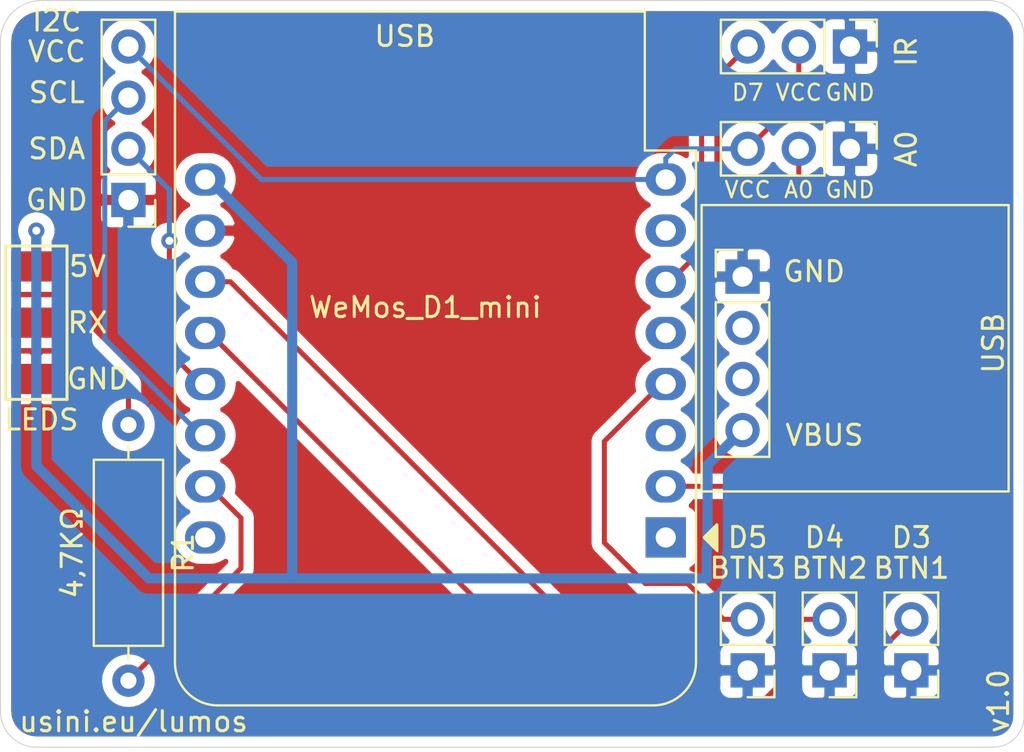
<source format=kicad_pcb>
(kicad_pcb (version 20171130) (host pcbnew "(5.1.4)-1")

  (general
    (thickness 1.6)
    (drawings 27)
    (tracks 74)
    (zones 0)
    (modules 10)
    (nets 13)
  )

  (page A4)
  (layers
    (0 F.Cu signal)
    (31 B.Cu signal)
    (32 B.Adhes user)
    (33 F.Adhes user)
    (34 B.Paste user)
    (35 F.Paste user)
    (36 B.SilkS user)
    (37 F.SilkS user)
    (38 B.Mask user)
    (39 F.Mask user)
    (40 Dwgs.User user)
    (41 Cmts.User user)
    (42 Eco1.User user)
    (43 Eco2.User user)
    (44 Edge.Cuts user)
    (45 Margin user)
    (46 B.CrtYd user)
    (47 F.CrtYd user)
    (48 B.Fab user)
    (49 F.Fab user)
  )

  (setup
    (last_trace_width 0.25)
    (trace_clearance 0.2)
    (zone_clearance 0.508)
    (zone_45_only no)
    (trace_min 0.2)
    (via_size 0.8)
    (via_drill 0.4)
    (via_min_size 0.4)
    (via_min_drill 0.3)
    (uvia_size 0.3)
    (uvia_drill 0.1)
    (uvias_allowed no)
    (uvia_min_size 0.2)
    (uvia_min_drill 0.1)
    (edge_width 0.05)
    (segment_width 0.2)
    (pcb_text_width 0.3)
    (pcb_text_size 1.5 1.5)
    (mod_edge_width 0.12)
    (mod_text_size 1 1)
    (mod_text_width 0.15)
    (pad_size 1.524 1.524)
    (pad_drill 0.762)
    (pad_to_mask_clearance 0.051)
    (solder_mask_min_width 0.25)
    (aux_axis_origin 0 0)
    (visible_elements 7FFFFFFF)
    (pcbplotparams
      (layerselection 0x010fc_ffffffff)
      (usegerberextensions false)
      (usegerberattributes false)
      (usegerberadvancedattributes false)
      (creategerberjobfile false)
      (excludeedgelayer true)
      (linewidth 0.100000)
      (plotframeref false)
      (viasonmask false)
      (mode 1)
      (useauxorigin false)
      (hpglpennumber 1)
      (hpglpenspeed 20)
      (hpglpendiameter 15.000000)
      (psnegative false)
      (psa4output false)
      (plotreference true)
      (plotvalue true)
      (plotinvisibletext false)
      (padsonsilk false)
      (subtractmaskfromsilk false)
      (outputformat 1)
      (mirror false)
      (drillshape 0)
      (scaleselection 1)
      (outputdirectory "gerber"))
  )

  (net 0 "")
  (net 1 "Net-(J1-Pad2)")
  (net 2 GND)
  (net 3 "Net-(J1-Pad1)")
  (net 4 +3V3)
  (net 5 "Net-(J3-Pad2)")
  (net 6 "Net-(J4-Pad3)")
  (net 7 "Net-(J4-Pad2)")
  (net 8 "Net-(J5-Pad3)")
  (net 9 D3)
  (net 10 D4)
  (net 11 D5)
  (net 12 "Net-(R1-Pad2)")

  (net_class Default "This is the default net class."
    (clearance 0.2)
    (trace_width 0.25)
    (via_dia 0.8)
    (via_drill 0.4)
    (uvia_dia 0.3)
    (uvia_drill 0.1)
    (add_net +3V3)
    (add_net D3)
    (add_net D4)
    (add_net D5)
    (add_net GND)
    (add_net "Net-(J1-Pad1)")
    (add_net "Net-(J1-Pad2)")
    (add_net "Net-(J2-Pad2)")
    (add_net "Net-(J2-Pad3)")
    (add_net "Net-(J3-Pad2)")
    (add_net "Net-(J4-Pad2)")
    (add_net "Net-(J4-Pad3)")
    (add_net "Net-(J5-Pad3)")
    (add_net "Net-(R1-Pad2)")
    (add_net "Net-(U1-Pad1)")
    (add_net "Net-(U1-Pad16)")
    (add_net "Net-(U1-Pad3)")
    (add_net "Net-(U1-Pad5)")
    (add_net "Net-(U1-Pad7)")
  )

  (module Connector_PinHeader_2.54mm:PinHeader_1x04_P2.54mm_Vertical (layer F.Cu) (tedit 5E04B0B5) (tstamp 5E0543D1)
    (at 148.082 44.704)
    (descr "Through hole straight pin header, 1x04, 2.54mm pitch, single row")
    (tags "Through hole pin header THT 1x04 2.54mm single row")
    (path /5E06659D)
    (fp_text reference J2 (at 0 -2.33) (layer F.SilkS) hide
      (effects (font (size 1 1) (thickness 0.15)))
    )
    (fp_text value USB (at 0 9.95) (layer F.Fab)
      (effects (font (size 1 1) (thickness 0.15)))
    )
    (fp_text user %R (at 0 3.81 90) (layer F.Fab)
      (effects (font (size 1 1) (thickness 0.15)))
    )
    (fp_line (start 1.8 -1.8) (end -1.8 -1.8) (layer F.CrtYd) (width 0.05))
    (fp_line (start 1.8 9.4) (end 1.8 -1.8) (layer F.CrtYd) (width 0.05))
    (fp_line (start -1.8 9.4) (end 1.8 9.4) (layer F.CrtYd) (width 0.05))
    (fp_line (start -1.8 -1.8) (end -1.8 9.4) (layer F.CrtYd) (width 0.05))
    (fp_line (start -1.33 -1.33) (end 0 -1.33) (layer F.SilkS) (width 0.12))
    (fp_line (start -1.33 0) (end -1.33 -1.33) (layer F.SilkS) (width 0.12))
    (fp_line (start -1.33 1.27) (end 1.33 1.27) (layer F.SilkS) (width 0.12))
    (fp_line (start 1.33 1.27) (end 1.33 8.95) (layer F.SilkS) (width 0.12))
    (fp_line (start -1.33 1.27) (end -1.33 8.95) (layer F.SilkS) (width 0.12))
    (fp_line (start -1.33 8.95) (end 1.33 8.95) (layer F.SilkS) (width 0.12))
    (fp_line (start -1.27 -0.635) (end -0.635 -1.27) (layer F.Fab) (width 0.1))
    (fp_line (start -1.27 8.89) (end -1.27 -0.635) (layer F.Fab) (width 0.1))
    (fp_line (start 1.27 8.89) (end -1.27 8.89) (layer F.Fab) (width 0.1))
    (fp_line (start 1.27 -1.27) (end 1.27 8.89) (layer F.Fab) (width 0.1))
    (fp_line (start -0.635 -1.27) (end 1.27 -1.27) (layer F.Fab) (width 0.1))
    (fp_line (start -2.032 -3.556) (end -2.032 10.668) (layer F.SilkS) (width 0.12))
    (fp_line (start -2.032 10.668) (end 13.208 10.668) (layer F.SilkS) (width 0.12))
    (fp_line (start 13.208 10.668) (end 13.208 -3.556) (layer F.SilkS) (width 0.12))
    (fp_line (start 13.208 -3.556) (end -2.032 -3.556) (layer F.SilkS) (width 0.12))
    (pad 4 thru_hole oval (at 0 7.62) (size 1.7 1.7) (drill 1) (layers *.Cu *.Mask)
      (net 3 "Net-(J1-Pad1)"))
    (pad 3 thru_hole oval (at 0 5.08) (size 1.7 1.7) (drill 1) (layers *.Cu *.Mask))
    (pad 2 thru_hole oval (at 0 2.54) (size 1.7 1.7) (drill 1) (layers *.Cu *.Mask))
    (pad 1 thru_hole rect (at 0 0) (size 1.7 1.7) (drill 1) (layers *.Cu *.Mask)
      (net 2 GND))
    (model ${KISYS3DMOD}/Connector_PinHeader_2.54mm.3dshapes/PinHeader_1x04_P2.54mm_Vertical.wrl
      (at (xyz 0 0 0))
      (scale (xyz 1 1 1))
      (rotate (xyz 0 0 0))
    )
  )

  (module Resistor_THT:R_Axial_DIN0309_L9.0mm_D3.2mm_P12.70mm_Horizontal (layer F.Cu) (tedit 5AE5139B) (tstamp 5E04FFB4)
    (at 117.602 52.07 270)
    (descr "Resistor, Axial_DIN0309 series, Axial, Horizontal, pin pitch=12.7mm, 0.5W = 1/2W, length*diameter=9*3.2mm^2, http://cdn-reichelt.de/documents/datenblatt/B400/1_4W%23YAG.pdf")
    (tags "Resistor Axial_DIN0309 series Axial Horizontal pin pitch 12.7mm 0.5W = 1/2W length 9mm diameter 3.2mm")
    (path /5E00ECAD)
    (fp_text reference R1 (at 6.35 -2.72 90) (layer F.SilkS)
      (effects (font (size 1 1) (thickness 0.15)))
    )
    (fp_text value 4,7KΩ (at 6.35 2.794 270) (layer F.SilkS)
      (effects (font (size 1 1) (thickness 0.15)))
    )
    (fp_text user %R (at 6.35 0 90) (layer F.Fab)
      (effects (font (size 1 1) (thickness 0.15)))
    )
    (fp_line (start 13.75 -1.85) (end -1.05 -1.85) (layer F.CrtYd) (width 0.05))
    (fp_line (start 13.75 1.85) (end 13.75 -1.85) (layer F.CrtYd) (width 0.05))
    (fp_line (start -1.05 1.85) (end 13.75 1.85) (layer F.CrtYd) (width 0.05))
    (fp_line (start -1.05 -1.85) (end -1.05 1.85) (layer F.CrtYd) (width 0.05))
    (fp_line (start 11.66 0) (end 10.97 0) (layer F.SilkS) (width 0.12))
    (fp_line (start 1.04 0) (end 1.73 0) (layer F.SilkS) (width 0.12))
    (fp_line (start 10.97 -1.72) (end 1.73 -1.72) (layer F.SilkS) (width 0.12))
    (fp_line (start 10.97 1.72) (end 10.97 -1.72) (layer F.SilkS) (width 0.12))
    (fp_line (start 1.73 1.72) (end 10.97 1.72) (layer F.SilkS) (width 0.12))
    (fp_line (start 1.73 -1.72) (end 1.73 1.72) (layer F.SilkS) (width 0.12))
    (fp_line (start 12.7 0) (end 10.85 0) (layer F.Fab) (width 0.1))
    (fp_line (start 0 0) (end 1.85 0) (layer F.Fab) (width 0.1))
    (fp_line (start 10.85 -1.6) (end 1.85 -1.6) (layer F.Fab) (width 0.1))
    (fp_line (start 10.85 1.6) (end 10.85 -1.6) (layer F.Fab) (width 0.1))
    (fp_line (start 1.85 1.6) (end 10.85 1.6) (layer F.Fab) (width 0.1))
    (fp_line (start 1.85 -1.6) (end 1.85 1.6) (layer F.Fab) (width 0.1))
    (pad 2 thru_hole oval (at 12.7 0 270) (size 1.6 1.6) (drill 0.8) (layers *.Cu *.Mask)
      (net 12 "Net-(R1-Pad2)"))
    (pad 1 thru_hole circle (at 0 0 270) (size 1.6 1.6) (drill 0.8) (layers *.Cu *.Mask)
      (net 1 "Net-(J1-Pad2)"))
    (model ${KISYS3DMOD}/Resistor_THT.3dshapes/R_Axial_DIN0309_L9.0mm_D3.2mm_P12.70mm_Horizontal.wrl
      (at (xyz 0 0 0))
      (scale (xyz 1 1 1))
      (rotate (xyz 0 0 0))
    )
  )

  (module Module:WEMOS_D1_mini_light (layer F.Cu) (tedit 5BBFB1CE) (tstamp 5E04FFF7)
    (at 144.272 57.658 180)
    (descr "16-pin module, column spacing 22.86 mm (900 mils), https://wiki.wemos.cc/products:d1:d1_mini, https://c1.staticflickr.com/1/734/31400410271_f278b087db_z.jpg")
    (tags "ESP8266 WiFi microcontroller")
    (path /5E00DB70)
    (fp_text reference U1 (at 22 27) (layer F.SilkS) hide
      (effects (font (size 1 1) (thickness 0.15)))
    )
    (fp_text value WeMos_D1_mini (at 11.938 11.43) (layer F.SilkS)
      (effects (font (size 1 1) (thickness 0.15)))
    )
    (fp_text user "No copper" (at 11.43 -3.81) (layer Cmts.User)
      (effects (font (size 1 1) (thickness 0.15)))
    )
    (fp_text user "KEEP OUT" (at 11.43 -6.35) (layer Cmts.User)
      (effects (font (size 1 1) (thickness 0.15)))
    )
    (fp_arc (start 22.23 -6.21) (end 24.36 -6.21) (angle -90) (layer F.SilkS) (width 0.12))
    (fp_arc (start 0.63 -6.21) (end 0.63 -8.34) (angle -90) (layer F.SilkS) (width 0.12))
    (fp_line (start 1.04 19.22) (end 1.04 26.12) (layer F.SilkS) (width 0.12))
    (fp_line (start -1.5 19.22) (end 1.04 19.22) (layer F.SilkS) (width 0.12))
    (fp_arc (start 22.23 -6.21) (end 24.23 -6.19) (angle -90) (layer F.Fab) (width 0.1))
    (fp_arc (start 0.63 -6.21) (end 0.63 -8.21) (angle -90) (layer F.Fab) (width 0.1))
    (fp_line (start -0.37 0) (end -1.37 -1) (layer F.Fab) (width 0.1))
    (fp_line (start -1.37 1) (end -0.37 0) (layer F.Fab) (width 0.1))
    (fp_line (start -1.37 -6.21) (end -1.37 -1) (layer F.Fab) (width 0.1))
    (fp_line (start 1.17 19.09) (end 1.17 25.99) (layer F.Fab) (width 0.1))
    (fp_line (start -1.37 19.09) (end 1.17 19.09) (layer F.Fab) (width 0.1))
    (fp_line (start -1.35 -7.4) (end -0.55 -8.2) (layer Dwgs.User) (width 0.1))
    (fp_line (start -1.3 -5.45) (end 1.45 -8.2) (layer Dwgs.User) (width 0.1))
    (fp_line (start -1.35 -3.4) (end 3.45 -8.2) (layer Dwgs.User) (width 0.1))
    (fp_line (start 22.65 -1.4) (end 24.25 -3) (layer Dwgs.User) (width 0.1))
    (fp_line (start 20.65 -1.4) (end 24.25 -5) (layer Dwgs.User) (width 0.1))
    (fp_line (start 18.65 -1.4) (end 24.25 -7) (layer Dwgs.User) (width 0.1))
    (fp_line (start 16.65 -1.4) (end 23.45 -8.2) (layer Dwgs.User) (width 0.1))
    (fp_line (start 14.65 -1.4) (end 21.45 -8.2) (layer Dwgs.User) (width 0.1))
    (fp_line (start 12.65 -1.4) (end 19.45 -8.2) (layer Dwgs.User) (width 0.1))
    (fp_line (start 10.65 -1.4) (end 17.45 -8.2) (layer Dwgs.User) (width 0.1))
    (fp_line (start 8.65 -1.4) (end 15.45 -8.2) (layer Dwgs.User) (width 0.1))
    (fp_line (start 6.65 -1.4) (end 13.45 -8.2) (layer Dwgs.User) (width 0.1))
    (fp_line (start 4.65 -1.4) (end 11.45 -8.2) (layer Dwgs.User) (width 0.1))
    (fp_line (start 2.65 -1.4) (end 9.45 -8.2) (layer Dwgs.User) (width 0.1))
    (fp_line (start 0.65 -1.4) (end 7.45 -8.2) (layer Dwgs.User) (width 0.1))
    (fp_line (start -1.35 -1.4) (end 5.45 -8.2) (layer Dwgs.User) (width 0.1))
    (fp_line (start -1.35 -8.2) (end -1.35 -1.4) (layer Dwgs.User) (width 0.1))
    (fp_line (start 24.25 -8.2) (end -1.35 -8.2) (layer Dwgs.User) (width 0.1))
    (fp_line (start 24.25 -1.4) (end 24.25 -8.2) (layer Dwgs.User) (width 0.1))
    (fp_line (start -1.35 -1.4) (end 24.25 -1.4) (layer Dwgs.User) (width 0.1))
    (fp_poly (pts (xy -2.54 -0.635) (xy -2.54 0.635) (xy -1.905 0)) (layer F.SilkS) (width 0.15))
    (fp_line (start -1.62 26.24) (end -1.62 -8.46) (layer F.CrtYd) (width 0.05))
    (fp_line (start 24.48 26.24) (end -1.62 26.24) (layer F.CrtYd) (width 0.05))
    (fp_line (start 24.48 -8.41) (end 24.48 26.24) (layer F.CrtYd) (width 0.05))
    (fp_line (start -1.62 -8.46) (end 24.48 -8.46) (layer F.CrtYd) (width 0.05))
    (fp_text user %R (at 11.43 10) (layer F.Fab)
      (effects (font (size 1 1) (thickness 0.15)))
    )
    (fp_line (start -1.37 1) (end -1.37 19.09) (layer F.Fab) (width 0.1))
    (fp_line (start 22.23 -8.21) (end 0.63 -8.21) (layer F.Fab) (width 0.1))
    (fp_line (start 24.23 25.99) (end 24.23 -6.21) (layer F.Fab) (width 0.1))
    (fp_line (start 1.17 25.99) (end 24.23 25.99) (layer F.Fab) (width 0.1))
    (fp_line (start 22.24 -8.34) (end 0.63 -8.34) (layer F.SilkS) (width 0.12))
    (fp_line (start 24.36 26.12) (end 24.36 -6.21) (layer F.SilkS) (width 0.12))
    (fp_line (start -1.5 19.22) (end -1.5 -6.21) (layer F.SilkS) (width 0.12))
    (fp_line (start 1.04 26.12) (end 24.36 26.12) (layer F.SilkS) (width 0.12))
    (pad 16 thru_hole oval (at 22.86 0 180) (size 2 1.6) (drill 1) (layers *.Cu *.Mask))
    (pad 15 thru_hole oval (at 22.86 2.54 180) (size 2 1.6) (drill 1) (layers *.Cu *.Mask)
      (net 12 "Net-(R1-Pad2)"))
    (pad 14 thru_hole oval (at 22.86 5.08 180) (size 2 1.6) (drill 1) (layers *.Cu *.Mask)
      (net 6 "Net-(J4-Pad3)"))
    (pad 13 thru_hole oval (at 22.86 7.62 180) (size 2 1.6) (drill 1) (layers *.Cu *.Mask)
      (net 7 "Net-(J4-Pad2)"))
    (pad 12 thru_hole oval (at 22.86 10.16 180) (size 2 1.6) (drill 1) (layers *.Cu *.Mask)
      (net 9 D3))
    (pad 11 thru_hole oval (at 22.86 12.7 180) (size 2 1.6) (drill 1) (layers *.Cu *.Mask)
      (net 10 D4))
    (pad 10 thru_hole oval (at 22.86 15.24 180) (size 2 1.6) (drill 1) (layers *.Cu *.Mask)
      (net 2 GND))
    (pad 9 thru_hole oval (at 22.86 17.78 180) (size 2 1.6) (drill 1) (layers *.Cu *.Mask)
      (net 3 "Net-(J1-Pad1)"))
    (pad 8 thru_hole oval (at 0 17.78 180) (size 2 1.6) (drill 1) (layers *.Cu *.Mask)
      (net 4 +3V3))
    (pad 7 thru_hole oval (at 0 15.24 180) (size 2 1.6) (drill 1) (layers *.Cu *.Mask))
    (pad 6 thru_hole oval (at 0 12.7 180) (size 2 1.6) (drill 1) (layers *.Cu *.Mask)
      (net 8 "Net-(J5-Pad3)"))
    (pad 5 thru_hole oval (at 0 10.16 180) (size 2 1.6) (drill 1) (layers *.Cu *.Mask))
    (pad 4 thru_hole oval (at 0 7.62 180) (size 2 1.6) (drill 1) (layers *.Cu *.Mask)
      (net 11 D5))
    (pad 3 thru_hole oval (at 0 5.08 180) (size 2 1.6) (drill 1) (layers *.Cu *.Mask))
    (pad 1 thru_hole rect (at 0 0 180) (size 2 2) (drill 1) (layers *.Cu *.Mask))
    (pad 2 thru_hole oval (at 0 2.54 180) (size 2 1.6) (drill 1) (layers *.Cu *.Mask)
      (net 5 "Net-(J3-Pad2)"))
    (model ${KISYS3DMOD}/Module.3dshapes/WEMOS_D1_mini_light.wrl
      (at (xyz 0 0 0))
      (scale (xyz 1 1 1))
      (rotate (xyz 0 0 0))
    )
    (model ${KISYS3DMOD}/Connector_PinHeader_2.54mm.3dshapes/PinHeader_1x08_P2.54mm_Vertical.wrl
      (offset (xyz 0 0 9.5))
      (scale (xyz 1 1 1))
      (rotate (xyz 0 -180 0))
    )
    (model ${KISYS3DMOD}/Connector_PinHeader_2.54mm.3dshapes/PinHeader_1x08_P2.54mm_Vertical.wrl
      (offset (xyz 22.86 0 9.5))
      (scale (xyz 1 1 1))
      (rotate (xyz 0 -180 0))
    )
    (model ${KISYS3DMOD}/Connector_PinSocket_2.54mm.3dshapes/PinSocket_1x08_P2.54mm_Vertical.wrl
      (at (xyz 0 0 0))
      (scale (xyz 1 1 1))
      (rotate (xyz 0 0 0))
    )
    (model ${KISYS3DMOD}/Connector_PinSocket_2.54mm.3dshapes/PinSocket_1x08_P2.54mm_Vertical.wrl
      (offset (xyz 22.86 0 0))
      (scale (xyz 1 1 1))
      (rotate (xyz 0 0 0))
    )
  )

  (module Connector_PinHeader_2.54mm:PinHeader_1x02_P2.54mm_Vertical (layer F.Cu) (tedit 59FED5CC) (tstamp 5E04FF9D)
    (at 148.336 64.262 180)
    (descr "Through hole straight pin header, 1x02, 2.54mm pitch, single row")
    (tags "Through hole pin header THT 1x02 2.54mm single row")
    (path /5E05D1C4)
    (fp_text reference J8 (at 0 -2.33) (layer F.SilkS) hide
      (effects (font (size 1 1) (thickness 0.15)))
    )
    (fp_text value BTN3 (at 0 5.08) (layer F.SilkS)
      (effects (font (size 1 1) (thickness 0.15)))
    )
    (fp_text user %R (at 0 1.27 90) (layer F.Fab)
      (effects (font (size 1 1) (thickness 0.15)))
    )
    (fp_line (start 1.8 -1.8) (end -1.8 -1.8) (layer F.CrtYd) (width 0.05))
    (fp_line (start 1.8 4.35) (end 1.8 -1.8) (layer F.CrtYd) (width 0.05))
    (fp_line (start -1.8 4.35) (end 1.8 4.35) (layer F.CrtYd) (width 0.05))
    (fp_line (start -1.8 -1.8) (end -1.8 4.35) (layer F.CrtYd) (width 0.05))
    (fp_line (start -1.33 -1.33) (end 0 -1.33) (layer F.SilkS) (width 0.12))
    (fp_line (start -1.33 0) (end -1.33 -1.33) (layer F.SilkS) (width 0.12))
    (fp_line (start -1.33 1.27) (end 1.33 1.27) (layer F.SilkS) (width 0.12))
    (fp_line (start 1.33 1.27) (end 1.33 3.87) (layer F.SilkS) (width 0.12))
    (fp_line (start -1.33 1.27) (end -1.33 3.87) (layer F.SilkS) (width 0.12))
    (fp_line (start -1.33 3.87) (end 1.33 3.87) (layer F.SilkS) (width 0.12))
    (fp_line (start -1.27 -0.635) (end -0.635 -1.27) (layer F.Fab) (width 0.1))
    (fp_line (start -1.27 3.81) (end -1.27 -0.635) (layer F.Fab) (width 0.1))
    (fp_line (start 1.27 3.81) (end -1.27 3.81) (layer F.Fab) (width 0.1))
    (fp_line (start 1.27 -1.27) (end 1.27 3.81) (layer F.Fab) (width 0.1))
    (fp_line (start -0.635 -1.27) (end 1.27 -1.27) (layer F.Fab) (width 0.1))
    (pad 2 thru_hole oval (at 0 2.54 180) (size 1.7 1.7) (drill 1) (layers *.Cu *.Mask)
      (net 11 D5))
    (pad 1 thru_hole rect (at 0 0 180) (size 1.7 1.7) (drill 1) (layers *.Cu *.Mask)
      (net 2 GND))
  )

  (module Connector_PinHeader_2.54mm:PinHeader_1x02_P2.54mm_Vertical (layer F.Cu) (tedit 59FED5CC) (tstamp 5E04FF87)
    (at 152.4 64.262 180)
    (descr "Through hole straight pin header, 1x02, 2.54mm pitch, single row")
    (tags "Through hole pin header THT 1x02 2.54mm single row")
    (path /5E05C0E8)
    (fp_text reference J7 (at 0 -2.33) (layer F.SilkS) hide
      (effects (font (size 1 1) (thickness 0.15)))
    )
    (fp_text value BTN2 (at 0 5.08) (layer F.SilkS)
      (effects (font (size 1 1) (thickness 0.15)))
    )
    (fp_text user %R (at 0 1.27 90) (layer F.Fab)
      (effects (font (size 1 1) (thickness 0.15)))
    )
    (fp_line (start 1.8 -1.8) (end -1.8 -1.8) (layer F.CrtYd) (width 0.05))
    (fp_line (start 1.8 4.35) (end 1.8 -1.8) (layer F.CrtYd) (width 0.05))
    (fp_line (start -1.8 4.35) (end 1.8 4.35) (layer F.CrtYd) (width 0.05))
    (fp_line (start -1.8 -1.8) (end -1.8 4.35) (layer F.CrtYd) (width 0.05))
    (fp_line (start -1.33 -1.33) (end 0 -1.33) (layer F.SilkS) (width 0.12))
    (fp_line (start -1.33 0) (end -1.33 -1.33) (layer F.SilkS) (width 0.12))
    (fp_line (start -1.33 1.27) (end 1.33 1.27) (layer F.SilkS) (width 0.12))
    (fp_line (start 1.33 1.27) (end 1.33 3.87) (layer F.SilkS) (width 0.12))
    (fp_line (start -1.33 1.27) (end -1.33 3.87) (layer F.SilkS) (width 0.12))
    (fp_line (start -1.33 3.87) (end 1.33 3.87) (layer F.SilkS) (width 0.12))
    (fp_line (start -1.27 -0.635) (end -0.635 -1.27) (layer F.Fab) (width 0.1))
    (fp_line (start -1.27 3.81) (end -1.27 -0.635) (layer F.Fab) (width 0.1))
    (fp_line (start 1.27 3.81) (end -1.27 3.81) (layer F.Fab) (width 0.1))
    (fp_line (start 1.27 -1.27) (end 1.27 3.81) (layer F.Fab) (width 0.1))
    (fp_line (start -0.635 -1.27) (end 1.27 -1.27) (layer F.Fab) (width 0.1))
    (pad 2 thru_hole oval (at 0 2.54 180) (size 1.7 1.7) (drill 1) (layers *.Cu *.Mask)
      (net 10 D4))
    (pad 1 thru_hole rect (at 0 0 180) (size 1.7 1.7) (drill 1) (layers *.Cu *.Mask)
      (net 2 GND))
  )

  (module Connector_PinHeader_2.54mm:PinHeader_1x02_P2.54mm_Vertical (layer F.Cu) (tedit 59FED5CC) (tstamp 5E04FF71)
    (at 156.464 64.262 180)
    (descr "Through hole straight pin header, 1x02, 2.54mm pitch, single row")
    (tags "Through hole pin header THT 1x02 2.54mm single row")
    (path /5E05B167)
    (fp_text reference J6 (at 0 -2.33) (layer F.SilkS) hide
      (effects (font (size 1 1) (thickness 0.15)))
    )
    (fp_text value BTN1 (at 0 5.08) (layer F.SilkS)
      (effects (font (size 1 1) (thickness 0.15)))
    )
    (fp_text user %R (at 0 1.27 90) (layer F.Fab)
      (effects (font (size 1 1) (thickness 0.15)))
    )
    (fp_line (start 1.8 -1.8) (end -1.8 -1.8) (layer F.CrtYd) (width 0.05))
    (fp_line (start 1.8 4.35) (end 1.8 -1.8) (layer F.CrtYd) (width 0.05))
    (fp_line (start -1.8 4.35) (end 1.8 4.35) (layer F.CrtYd) (width 0.05))
    (fp_line (start -1.8 -1.8) (end -1.8 4.35) (layer F.CrtYd) (width 0.05))
    (fp_line (start -1.33 -1.33) (end 0 -1.33) (layer F.SilkS) (width 0.12))
    (fp_line (start -1.33 0) (end -1.33 -1.33) (layer F.SilkS) (width 0.12))
    (fp_line (start -1.33 1.27) (end 1.33 1.27) (layer F.SilkS) (width 0.12))
    (fp_line (start 1.33 1.27) (end 1.33 3.87) (layer F.SilkS) (width 0.12))
    (fp_line (start -1.33 1.27) (end -1.33 3.87) (layer F.SilkS) (width 0.12))
    (fp_line (start -1.33 3.87) (end 1.33 3.87) (layer F.SilkS) (width 0.12))
    (fp_line (start -1.27 -0.635) (end -0.635 -1.27) (layer F.Fab) (width 0.1))
    (fp_line (start -1.27 3.81) (end -1.27 -0.635) (layer F.Fab) (width 0.1))
    (fp_line (start 1.27 3.81) (end -1.27 3.81) (layer F.Fab) (width 0.1))
    (fp_line (start 1.27 -1.27) (end 1.27 3.81) (layer F.Fab) (width 0.1))
    (fp_line (start -0.635 -1.27) (end 1.27 -1.27) (layer F.Fab) (width 0.1))
    (pad 2 thru_hole oval (at 0 2.54 180) (size 1.7 1.7) (drill 1) (layers *.Cu *.Mask)
      (net 9 D3))
    (pad 1 thru_hole rect (at 0 0 180) (size 1.7 1.7) (drill 1) (layers *.Cu *.Mask)
      (net 2 GND))
  )

  (module Connector_PinHeader_2.54mm:PinHeader_1x03_P2.54mm_Vertical (layer F.Cu) (tedit 59FED5CC) (tstamp 5E04FF5B)
    (at 153.416 33.274 270)
    (descr "Through hole straight pin header, 1x03, 2.54mm pitch, single row")
    (tags "Through hole pin header THT 1x03 2.54mm single row")
    (path /5E053897)
    (fp_text reference J5 (at -0.762 11.43 90) (layer F.SilkS) hide
      (effects (font (size 1 1) (thickness 0.15)))
    )
    (fp_text value IR (at 0.254 -2.794 90) (layer F.SilkS)
      (effects (font (size 1 1) (thickness 0.15)))
    )
    (fp_text user %R (at 0 2.54) (layer F.Fab)
      (effects (font (size 1 1) (thickness 0.15)))
    )
    (fp_line (start 1.8 -1.8) (end -1.8 -1.8) (layer F.CrtYd) (width 0.05))
    (fp_line (start 1.8 6.85) (end 1.8 -1.8) (layer F.CrtYd) (width 0.05))
    (fp_line (start -1.8 6.85) (end 1.8 6.85) (layer F.CrtYd) (width 0.05))
    (fp_line (start -1.8 -1.8) (end -1.8 6.85) (layer F.CrtYd) (width 0.05))
    (fp_line (start -1.33 -1.33) (end 0 -1.33) (layer F.SilkS) (width 0.12))
    (fp_line (start -1.33 0) (end -1.33 -1.33) (layer F.SilkS) (width 0.12))
    (fp_line (start -1.33 1.27) (end 1.33 1.27) (layer F.SilkS) (width 0.12))
    (fp_line (start 1.33 1.27) (end 1.33 6.41) (layer F.SilkS) (width 0.12))
    (fp_line (start -1.33 1.27) (end -1.33 6.41) (layer F.SilkS) (width 0.12))
    (fp_line (start -1.33 6.41) (end 1.33 6.41) (layer F.SilkS) (width 0.12))
    (fp_line (start -1.27 -0.635) (end -0.635 -1.27) (layer F.Fab) (width 0.1))
    (fp_line (start -1.27 6.35) (end -1.27 -0.635) (layer F.Fab) (width 0.1))
    (fp_line (start 1.27 6.35) (end -1.27 6.35) (layer F.Fab) (width 0.1))
    (fp_line (start 1.27 -1.27) (end 1.27 6.35) (layer F.Fab) (width 0.1))
    (fp_line (start -0.635 -1.27) (end 1.27 -1.27) (layer F.Fab) (width 0.1))
    (pad 3 thru_hole oval (at 0 5.08 270) (size 1.7 1.7) (drill 1) (layers *.Cu *.Mask)
      (net 8 "Net-(J5-Pad3)"))
    (pad 2 thru_hole oval (at 0 2.54 270) (size 1.7 1.7) (drill 1) (layers *.Cu *.Mask)
      (net 4 +3V3))
    (pad 1 thru_hole rect (at 0 0 270) (size 1.7 1.7) (drill 1) (layers *.Cu *.Mask)
      (net 2 GND))
  )

  (module Connector_PinHeader_2.54mm:PinHeader_1x04_P2.54mm_Vertical (layer F.Cu) (tedit 59FED5CC) (tstamp 5E054C32)
    (at 117.602 40.894 180)
    (descr "Through hole straight pin header, 1x04, 2.54mm pitch, single row")
    (tags "Through hole pin header THT 1x04 2.54mm single row")
    (path /5E04EC0B)
    (fp_text reference J4 (at 1.27 12.7) (layer F.SilkS) hide
      (effects (font (size 1 1) (thickness 0.15)))
    )
    (fp_text value I2C (at 3.556 8.89 180) (layer F.SilkS)
      (effects (font (size 1 1) (thickness 0.15)))
    )
    (fp_text user %R (at 0 3.81 90) (layer F.Fab)
      (effects (font (size 1 1) (thickness 0.15)))
    )
    (fp_line (start 1.8 -1.8) (end -1.8 -1.8) (layer F.CrtYd) (width 0.05))
    (fp_line (start 1.8 9.4) (end 1.8 -1.8) (layer F.CrtYd) (width 0.05))
    (fp_line (start -1.8 9.4) (end 1.8 9.4) (layer F.CrtYd) (width 0.05))
    (fp_line (start -1.8 -1.8) (end -1.8 9.4) (layer F.CrtYd) (width 0.05))
    (fp_line (start -1.33 -1.33) (end 0 -1.33) (layer F.SilkS) (width 0.12))
    (fp_line (start -1.33 0) (end -1.33 -1.33) (layer F.SilkS) (width 0.12))
    (fp_line (start -1.33 1.27) (end 1.33 1.27) (layer F.SilkS) (width 0.12))
    (fp_line (start 1.33 1.27) (end 1.33 8.95) (layer F.SilkS) (width 0.12))
    (fp_line (start -1.33 1.27) (end -1.33 8.95) (layer F.SilkS) (width 0.12))
    (fp_line (start -1.33 8.95) (end 1.33 8.95) (layer F.SilkS) (width 0.12))
    (fp_line (start -1.27 -0.635) (end -0.635 -1.27) (layer F.Fab) (width 0.1))
    (fp_line (start -1.27 8.89) (end -1.27 -0.635) (layer F.Fab) (width 0.1))
    (fp_line (start 1.27 8.89) (end -1.27 8.89) (layer F.Fab) (width 0.1))
    (fp_line (start 1.27 -1.27) (end 1.27 8.89) (layer F.Fab) (width 0.1))
    (fp_line (start -0.635 -1.27) (end 1.27 -1.27) (layer F.Fab) (width 0.1))
    (pad 4 thru_hole oval (at 0 7.62 180) (size 1.7 1.7) (drill 1) (layers *.Cu *.Mask)
      (net 4 +3V3))
    (pad 3 thru_hole oval (at 0 5.08 180) (size 1.7 1.7) (drill 1) (layers *.Cu *.Mask)
      (net 6 "Net-(J4-Pad3)"))
    (pad 2 thru_hole oval (at 0 2.54 180) (size 1.7 1.7) (drill 1) (layers *.Cu *.Mask)
      (net 7 "Net-(J4-Pad2)"))
    (pad 1 thru_hole rect (at 0 0 180) (size 1.7 1.7) (drill 1) (layers *.Cu *.Mask)
      (net 2 GND))
  )

  (module Connector_PinHeader_2.54mm:PinHeader_1x03_P2.54mm_Vertical (layer F.Cu) (tedit 59FED5CC) (tstamp 5E04FF2C)
    (at 153.416 38.354 270)
    (descr "Through hole straight pin header, 1x03, 2.54mm pitch, single row")
    (tags "Through hole pin header THT 1x03 2.54mm single row")
    (path /5E04CE79)
    (fp_text reference J3 (at 1.27 9.906 90) (layer F.SilkS) hide
      (effects (font (size 1 1) (thickness 0.15)))
    )
    (fp_text value A0 (at 0 -2.794 90) (layer F.SilkS)
      (effects (font (size 1 1) (thickness 0.15)))
    )
    (fp_text user %R (at 0 2.54) (layer F.Fab)
      (effects (font (size 1 1) (thickness 0.15)))
    )
    (fp_line (start 1.8 -1.8) (end -1.8 -1.8) (layer F.CrtYd) (width 0.05))
    (fp_line (start 1.8 6.85) (end 1.8 -1.8) (layer F.CrtYd) (width 0.05))
    (fp_line (start -1.8 6.85) (end 1.8 6.85) (layer F.CrtYd) (width 0.05))
    (fp_line (start -1.8 -1.8) (end -1.8 6.85) (layer F.CrtYd) (width 0.05))
    (fp_line (start -1.33 -1.33) (end 0 -1.33) (layer F.SilkS) (width 0.12))
    (fp_line (start -1.33 0) (end -1.33 -1.33) (layer F.SilkS) (width 0.12))
    (fp_line (start -1.33 1.27) (end 1.33 1.27) (layer F.SilkS) (width 0.12))
    (fp_line (start 1.33 1.27) (end 1.33 6.41) (layer F.SilkS) (width 0.12))
    (fp_line (start -1.33 1.27) (end -1.33 6.41) (layer F.SilkS) (width 0.12))
    (fp_line (start -1.33 6.41) (end 1.33 6.41) (layer F.SilkS) (width 0.12))
    (fp_line (start -1.27 -0.635) (end -0.635 -1.27) (layer F.Fab) (width 0.1))
    (fp_line (start -1.27 6.35) (end -1.27 -0.635) (layer F.Fab) (width 0.1))
    (fp_line (start 1.27 6.35) (end -1.27 6.35) (layer F.Fab) (width 0.1))
    (fp_line (start 1.27 -1.27) (end 1.27 6.35) (layer F.Fab) (width 0.1))
    (fp_line (start -0.635 -1.27) (end 1.27 -1.27) (layer F.Fab) (width 0.1))
    (pad 3 thru_hole oval (at 0 5.08 270) (size 1.7 1.7) (drill 1) (layers *.Cu *.Mask)
      (net 4 +3V3))
    (pad 2 thru_hole oval (at 0 2.54 270) (size 1.7 1.7) (drill 1) (layers *.Cu *.Mask)
      (net 5 "Net-(J3-Pad2)"))
    (pad 1 thru_hole rect (at 0 0 270) (size 1.7 1.7) (drill 1) (layers *.Cu *.Mask)
      (net 2 GND))
  )

  (module libre_lumos:ws282b (layer F.Cu) (tedit 5D84B63F) (tstamp 5E04FEFE)
    (at 113.03 46.99 270)
    (descr "SMD Solder Jumper, 1x1.5mm Pads, 0.3mm gap, pads 1-2 bridged with 1 copper strip, labeled with numbers")
    (tags "solder jumper open")
    (path /5E00E001)
    (attr virtual)
    (fp_text reference J1 (at 4.445 -2.54 90) (layer Dwgs.User)
      (effects (font (size 1 1) (thickness 0.15)))
    )
    (fp_text value LEDS (at 4.826 -0.254) (layer F.SilkS)
      (effects (font (size 1 1) (thickness 0.15)))
    )
    (fp_text user 1 (at -4.826 0 90) (layer Dwgs.User)
      (effects (font (size 1 1) (thickness 0.15)))
    )
    (fp_text user 3 (at 4.572 0 90) (layer Dwgs.User)
      (effects (font (size 1 1) (thickness 0.15)))
    )
    (fp_line (start 3.81 1.524) (end -3.81 1.524) (layer F.SilkS) (width 0.15))
    (fp_line (start -3.81 -1.524) (end 3.81 -1.524) (layer F.SilkS) (width 0.15))
    (fp_line (start -3.81 -1.524) (end -3.81 1.524) (layer F.SilkS) (width 0.15))
    (fp_line (start 3.81 -1.524) (end 3.81 1.524) (layer F.SilkS) (width 0.15))
    (fp_text user 5V (at -2.794 -2.54 180) (layer F.SilkS)
      (effects (font (size 1 1) (thickness 0.15)))
    )
    (fp_text user GND (at 2.794 -3.048 180) (layer F.SilkS)
      (effects (font (size 1 1) (thickness 0.15)))
    )
    (fp_text user RX (at 0 -2.54 180) (layer F.SilkS)
      (effects (font (size 1 1) (thickness 0.15)))
    )
    (pad 2 smd rect (at 0 0 270) (size 1.5 2.5) (layers F.Cu F.Mask)
      (net 1 "Net-(J1-Pad2)"))
    (pad 3 smd rect (at 2.794 0 270) (size 1.5 2.5) (layers F.Cu F.Mask)
      (net 2 GND))
    (pad 1 smd rect (at -2.794 0 270) (size 1.5 2.5) (layers F.Cu F.Mask)
      (net 3 "Net-(J1-Pad1)"))
  )

  (gr_text GND (at 114.046 40.894) (layer F.SilkS)
    (effects (font (size 1 1) (thickness 0.15)))
  )
  (gr_text VCC (at 114.046 33.528) (layer F.SilkS)
    (effects (font (size 1 1) (thickness 0.15)))
  )
  (gr_text SDA (at 114.046 38.354) (layer F.SilkS)
    (effects (font (size 1 1) (thickness 0.15)))
  )
  (gr_text SCL (at 114.046 35.56) (layer F.SilkS)
    (effects (font (size 1 1) (thickness 0.15)))
  )
  (gr_text v1.0 (at 160.782 65.786 90) (layer F.SilkS)
    (effects (font (size 1 1) (thickness 0.15)))
  )
  (gr_text usini.eu/lumos (at 117.856 66.802) (layer F.SilkS)
    (effects (font (size 1 1) (thickness 0.15)))
  )
  (gr_text GND (at 153.416 35.56) (layer F.SilkS) (tstamp 5E055FBA)
    (effects (font (size 0.8 0.8) (thickness 0.12)))
  )
  (gr_arc (start 113.284 33.02) (end 113.284 30.988) (angle -90) (layer Edge.Cuts) (width 0.05))
  (gr_line (start 111.252 66.294) (end 111.252 33.02) (layer Edge.Cuts) (width 0.05))
  (gr_arc (start 113.03 66.294) (end 111.252 66.294) (angle -90) (layer Edge.Cuts) (width 0.05))
  (gr_arc (start 160.528 66.548) (end 160.528 68.072) (angle -90) (layer Edge.Cuts) (width 0.05))
  (gr_line (start 162.052 32.766) (end 162.052 66.548) (layer Edge.Cuts) (width 0.05))
  (gr_arc (start 160.274 32.766) (end 162.052 32.766) (angle -90) (layer Edge.Cuts) (width 0.05))
  (gr_line (start 113.03 68.072) (end 160.528 68.072) (layer Edge.Cuts) (width 0.05))
  (gr_line (start 113.284 30.988) (end 160.274 30.988) (layer Edge.Cuts) (width 0.05))
  (gr_text D3 (at 156.464 57.658) (layer F.SilkS)
    (effects (font (size 1 1) (thickness 0.15)))
  )
  (gr_text D4 (at 152.146 57.658) (layer F.SilkS)
    (effects (font (size 1 1) (thickness 0.15)))
  )
  (gr_text D5 (at 148.336 57.658) (layer F.SilkS)
    (effects (font (size 1 1) (thickness 0.15)))
  )
  (gr_text A0 (at 150.876 40.386) (layer F.SilkS) (tstamp 5E057504)
    (effects (font (size 0.8 0.8) (thickness 0.12)))
  )
  (gr_text GND (at 153.416 40.386) (layer F.SilkS) (tstamp 5E0574FF)
    (effects (font (size 0.8 0.8) (thickness 0.12)))
  )
  (gr_text VCC (at 148.336 40.386) (layer F.SilkS) (tstamp 5E057509)
    (effects (font (size 0.8 0.8) (thickness 0.12)))
  )
  (gr_text VCC (at 150.876 35.56) (layer F.SilkS) (tstamp 5E055FBD)
    (effects (font (size 0.8 0.8) (thickness 0.12)))
  )
  (gr_text D7 (at 148.336 35.56) (layer F.SilkS) (tstamp 5E055FB7)
    (effects (font (size 0.8 0.8) (thickness 0.12)))
  )
  (gr_text USB (at 131.318 32.766) (layer F.SilkS)
    (effects (font (size 1 1) (thickness 0.15)))
  )
  (gr_text VBUS (at 152.146 52.578) (layer F.SilkS)
    (effects (font (size 1 1) (thickness 0.15)))
  )
  (gr_text GND (at 151.638 44.45) (layer F.SilkS)
    (effects (font (size 1 1) (thickness 0.15)))
  )
  (gr_text USB (at 160.528 48.006 90) (layer F.SilkS)
    (effects (font (size 1 1) (thickness 0.15)))
  )

  (segment (start 117.602 50.93863) (end 117.602 52.07) (width 0.25) (layer F.Cu) (net 1))
  (segment (start 117.602 50.062) (end 117.602 50.93863) (width 0.25) (layer F.Cu) (net 1))
  (segment (start 114.53 46.99) (end 117.602 50.062) (width 0.25) (layer F.Cu) (net 1))
  (segment (start 113.03 46.99) (end 114.53 46.99) (width 0.25) (layer F.Cu) (net 1))
  (segment (start 153.416 34.374) (end 153.416 38.354) (width 0.25) (layer B.Cu) (net 2))
  (segment (start 153.416 33.274) (end 153.416 34.374) (width 0.25) (layer B.Cu) (net 2))
  (segment (start 149.436 64.262) (end 152.4 64.262) (width 0.25) (layer B.Cu) (net 2))
  (segment (start 148.336 64.262) (end 149.436 64.262) (width 0.25) (layer B.Cu) (net 2))
  (segment (start 152.4 64.262) (end 156.464 64.262) (width 0.25) (layer B.Cu) (net 2))
  (segment (start 149.182 44.704) (end 148.082 44.704) (width 0.25) (layer B.Cu) (net 2))
  (segment (start 153.416 40.47) (end 149.182 44.704) (width 0.25) (layer B.Cu) (net 2))
  (segment (start 153.416 33.274) (end 153.416 40.47) (width 0.25) (layer B.Cu) (net 2))
  (segment (start 143.002 59.69) (end 144.825002 59.69) (width 0.5) (layer B.Cu) (net 3))
  (segment (start 146.349002 54.056998) (end 148.082 52.324) (width 0.5) (layer B.Cu) (net 3))
  (segment (start 146.349002 58.166) (end 146.349002 54.056998) (width 0.5) (layer B.Cu) (net 3))
  (segment (start 118.618 59.69) (end 113.03 54.102) (width 0.5) (layer B.Cu) (net 3))
  (segment (start 113.03 54.102) (end 113.03 42.418) (width 0.5) (layer B.Cu) (net 3))
  (via (at 113.03 42.418) (size 0.8) (drill 0.4) (layers F.Cu B.Cu) (net 3))
  (segment (start 113.03 42.418) (end 113.03 44.196) (width 0.5) (layer F.Cu) (net 3))
  (segment (start 121.612 39.878) (end 121.412 39.878) (width 0.25) (layer B.Cu) (net 3))
  (segment (start 125.73 43.996) (end 121.612 39.878) (width 0.5) (layer B.Cu) (net 3))
  (segment (start 125.73 59.69) (end 125.73 43.996) (width 0.5) (layer B.Cu) (net 3))
  (segment (start 125.73 59.69) (end 118.618 59.69) (width 0.5) (layer B.Cu) (net 3))
  (segment (start 143.002 59.69) (end 125.73 59.69) (width 0.5) (layer B.Cu) (net 3))
  (segment (start 144.825002 59.69) (end 146.304 59.69) (width 0.5) (layer B.Cu) (net 3))
  (segment (start 146.304 58.211002) (end 146.349002 58.166) (width 0.25) (layer B.Cu) (net 3))
  (segment (start 146.304 59.69) (end 146.304 58.211002) (width 0.5) (layer B.Cu) (net 3))
  (segment (start 150.876 35.814) (end 150.876 33.274) (width 0.25) (layer F.Cu) (net 4))
  (segment (start 148.336 38.354) (end 150.876 35.814) (width 0.25) (layer F.Cu) (net 4))
  (segment (start 124.206 39.878) (end 144.272 39.878) (width 0.25) (layer B.Cu) (net 4))
  (segment (start 117.602 33.274) (end 124.206 39.878) (width 0.25) (layer B.Cu) (net 4))
  (segment (start 144.272 38.828) (end 144.272 39.878) (width 0.25) (layer B.Cu) (net 4))
  (segment (start 144.746 38.354) (end 144.272 38.828) (width 0.25) (layer B.Cu) (net 4))
  (segment (start 148.336 38.354) (end 144.746 38.354) (width 0.25) (layer B.Cu) (net 4))
  (segment (start 150.876 38.354) (end 150.876 54.102) (width 0.25) (layer F.Cu) (net 5))
  (segment (start 149.86 55.118) (end 144.272 55.118) (width 0.25) (layer F.Cu) (net 5))
  (segment (start 150.876 54.102) (end 149.86 55.118) (width 0.25) (layer F.Cu) (net 5))
  (segment (start 121.212 52.578) (end 121.412 52.578) (width 0.25) (layer B.Cu) (net 6))
  (segment (start 116.426999 47.792999) (end 121.212 52.578) (width 0.25) (layer B.Cu) (net 6))
  (segment (start 116.426999 36.989001) (end 116.426999 47.792999) (width 0.25) (layer B.Cu) (net 6))
  (segment (start 117.602 35.814) (end 116.426999 36.989001) (width 0.25) (layer B.Cu) (net 6))
  (via (at 119.634 42.926) (size 0.8) (drill 0.4) (layers F.Cu B.Cu) (net 7))
  (segment (start 117.602 38.354) (end 119.634 40.386) (width 0.25) (layer B.Cu) (net 7))
  (segment (start 119.634 40.386) (end 119.634 42.926) (width 0.25) (layer B.Cu) (net 7))
  (segment (start 121.212 50.038) (end 121.412 50.038) (width 0.25) (layer F.Cu) (net 7))
  (segment (start 119.634 48.46) (end 121.212 50.038) (width 0.25) (layer F.Cu) (net 7))
  (segment (start 119.634 42.926) (end 119.634 48.46) (width 0.25) (layer F.Cu) (net 7))
  (segment (start 148.336 33.274) (end 146.05 35.56) (width 0.25) (layer F.Cu) (net 8))
  (segment (start 144.472 44.958) (end 144.272 44.958) (width 0.25) (layer F.Cu) (net 8))
  (segment (start 146.05 43.38) (end 144.472 44.958) (width 0.25) (layer F.Cu) (net 8))
  (segment (start 146.05 35.56) (end 146.05 43.38) (width 0.25) (layer F.Cu) (net 8))
  (segment (start 121.612 47.498) (end 140.662 66.548) (width 0.25) (layer F.Cu) (net 9))
  (segment (start 121.412 47.498) (end 121.612 47.498) (width 0.25) (layer F.Cu) (net 9))
  (segment (start 153.924 64.262) (end 156.464 61.722) (width 0.25) (layer F.Cu) (net 9))
  (segment (start 153.924 66.548) (end 153.924 64.262) (width 0.25) (layer F.Cu) (net 9))
  (segment (start 140.662 66.548) (end 153.924 66.548) (width 0.25) (layer F.Cu) (net 9))
  (segment (start 152.4 61.722) (end 151.13 61.722) (width 0.25) (layer F.Cu) (net 10))
  (segment (start 122.662 44.958) (end 143.49 65.786) (width 0.25) (layer F.Cu) (net 10))
  (segment (start 121.412 44.958) (end 122.662 44.958) (width 0.25) (layer F.Cu) (net 10))
  (segment (start 150.622 64.261002) (end 150.622 62.23) (width 0.25) (layer F.Cu) (net 10))
  (segment (start 149.097002 65.786) (end 150.622 64.261002) (width 0.25) (layer F.Cu) (net 10))
  (segment (start 143.49 65.786) (end 149.097002 65.786) (width 0.25) (layer F.Cu) (net 10))
  (segment (start 151.13 61.722) (end 150.622 62.23) (width 0.25) (layer F.Cu) (net 10))
  (segment (start 144.072 50.038) (end 144.272 50.038) (width 0.25) (layer F.Cu) (net 11))
  (segment (start 148.336 61.722) (end 147.133919 61.722) (width 0.25) (layer F.Cu) (net 11))
  (segment (start 147.133919 61.722) (end 145.355919 59.944) (width 0.25) (layer F.Cu) (net 11))
  (segment (start 145.355919 59.944) (end 143.256 59.944) (width 0.25) (layer F.Cu) (net 11))
  (segment (start 143.256 59.944) (end 141.224 57.912) (width 0.25) (layer F.Cu) (net 11))
  (segment (start 141.224 57.912) (end 141.224 52.886) (width 0.25) (layer F.Cu) (net 11))
  (segment (start 141.224 52.886) (end 144.072 50.038) (width 0.25) (layer F.Cu) (net 11))
  (segment (start 121.612 55.118) (end 121.412 55.118) (width 0.25) (layer F.Cu) (net 12))
  (segment (start 123.19 56.696) (end 121.612 55.118) (width 0.25) (layer F.Cu) (net 12))
  (segment (start 117.602 64.77) (end 123.19 59.182) (width 0.25) (layer F.Cu) (net 12))
  (segment (start 123.19 59.182) (end 123.19 56.696) (width 0.25) (layer F.Cu) (net 12))

  (zone (net 2) (net_name GND) (layer F.Cu) (tstamp 5E209EAF) (hatch edge 0.508)
    (connect_pads (clearance 0.508))
    (min_thickness 0.254)
    (fill yes (arc_segments 32) (thermal_gap 0.508) (thermal_bridge_width 0.508))
    (polygon
      (pts
        (xy 111.252 30.988) (xy 162.052 30.988) (xy 162.052 68.326) (xy 111.252 68.072)
      )
    )
    (filled_polygon
      (pts
        (xy 160.49054 31.672397) (xy 160.698833 31.735285) (xy 160.890937 31.837428) (xy 161.059553 31.974947) (xy 161.198241 32.142593)
        (xy 161.301726 32.333985) (xy 161.366066 32.541835) (xy 161.392 32.788581) (xy 161.392001 66.515713) (xy 161.372441 66.715204)
        (xy 161.323881 66.87604) (xy 161.245008 67.024378) (xy 161.138822 67.154575) (xy 161.009372 67.261665) (xy 160.861586 67.341572)
        (xy 160.701094 67.391253) (xy 160.503695 67.412) (xy 113.062279 67.412) (xy 112.81346 67.387603) (xy 112.60517 67.324717)
        (xy 112.413062 67.222572) (xy 112.244446 67.085052) (xy 112.10576 66.917409) (xy 112.002275 66.726017) (xy 111.937934 66.518166)
        (xy 111.912 66.271419) (xy 111.912 64.77) (xy 116.160057 64.77) (xy 116.187764 65.051309) (xy 116.269818 65.321808)
        (xy 116.403068 65.571101) (xy 116.582392 65.789608) (xy 116.800899 65.968932) (xy 117.050192 66.102182) (xy 117.320691 66.184236)
        (xy 117.531508 66.205) (xy 117.672492 66.205) (xy 117.883309 66.184236) (xy 118.153808 66.102182) (xy 118.403101 65.968932)
        (xy 118.621608 65.789608) (xy 118.800932 65.571101) (xy 118.934182 65.321808) (xy 119.016236 65.051309) (xy 119.043943 64.77)
        (xy 119.016236 64.488691) (xy 119.002708 64.444094) (xy 123.701009 59.745794) (xy 123.730001 59.722001) (xy 123.753795 59.693008)
        (xy 123.753799 59.693004) (xy 123.824973 59.606277) (xy 123.824974 59.606276) (xy 123.895546 59.474247) (xy 123.939003 59.330986)
        (xy 123.95 59.219333) (xy 123.95 59.219324) (xy 123.953676 59.182001) (xy 123.95 59.144678) (xy 123.95 56.733322)
        (xy 123.953676 56.695999) (xy 123.95 56.658677) (xy 123.95 56.658667) (xy 123.939003 56.547014) (xy 123.895546 56.403753)
        (xy 123.824974 56.271723) (xy 123.753799 56.184997) (xy 123.730001 56.155999) (xy 123.701003 56.132201) (xy 123.012708 55.443906)
        (xy 123.026236 55.399309) (xy 123.053943 55.118) (xy 123.026236 54.836691) (xy 122.944182 54.566192) (xy 122.810932 54.316899)
        (xy 122.631608 54.098392) (xy 122.413101 53.919068) (xy 122.280142 53.848) (xy 122.413101 53.776932) (xy 122.631608 53.597608)
        (xy 122.810932 53.379101) (xy 122.944182 53.129808) (xy 123.026236 52.859309) (xy 123.053943 52.578) (xy 123.026236 52.296691)
        (xy 122.944182 52.026192) (xy 122.810932 51.776899) (xy 122.631608 51.558392) (xy 122.413101 51.379068) (xy 122.280142 51.308)
        (xy 122.413101 51.236932) (xy 122.631608 51.057608) (xy 122.810932 50.839101) (xy 122.944182 50.589808) (xy 123.026236 50.319309)
        (xy 123.053943 50.038) (xy 123.051402 50.012203) (xy 140.098201 67.059003) (xy 140.121999 67.088001) (xy 140.237724 67.182974)
        (xy 140.369753 67.253546) (xy 140.513014 67.297003) (xy 140.624667 67.308) (xy 140.624676 67.308) (xy 140.661999 67.311676)
        (xy 140.699322 67.308) (xy 153.886667 67.308) (xy 153.924 67.311677) (xy 153.961333 67.308) (xy 154.072986 67.297003)
        (xy 154.216247 67.253546) (xy 154.348276 67.182974) (xy 154.464001 67.088001) (xy 154.558974 66.972276) (xy 154.629546 66.840247)
        (xy 154.673003 66.696986) (xy 154.687677 66.548) (xy 154.684 66.510667) (xy 154.684 64.576801) (xy 154.979 64.281802)
        (xy 154.979 64.389002) (xy 155.137748 64.389002) (xy 154.979 64.54775) (xy 154.975928 65.112) (xy 154.988188 65.236482)
        (xy 155.024498 65.35618) (xy 155.083463 65.466494) (xy 155.162815 65.563185) (xy 155.259506 65.642537) (xy 155.36982 65.701502)
        (xy 155.489518 65.737812) (xy 155.614 65.750072) (xy 156.17825 65.747) (xy 156.337 65.58825) (xy 156.337 64.389)
        (xy 156.591 64.389) (xy 156.591 65.58825) (xy 156.74975 65.747) (xy 157.314 65.750072) (xy 157.438482 65.737812)
        (xy 157.55818 65.701502) (xy 157.668494 65.642537) (xy 157.765185 65.563185) (xy 157.844537 65.466494) (xy 157.903502 65.35618)
        (xy 157.939812 65.236482) (xy 157.952072 65.112) (xy 157.949 64.54775) (xy 157.79025 64.389) (xy 156.591 64.389)
        (xy 156.337 64.389) (xy 156.317 64.389) (xy 156.317 64.135) (xy 156.337 64.135) (xy 156.337 64.115)
        (xy 156.591 64.115) (xy 156.591 64.135) (xy 157.79025 64.135) (xy 157.949 63.97625) (xy 157.952072 63.412)
        (xy 157.939812 63.287518) (xy 157.903502 63.16782) (xy 157.844537 63.057506) (xy 157.765185 62.960815) (xy 157.668494 62.881463)
        (xy 157.55818 62.822498) (xy 157.489313 62.801607) (xy 157.519134 62.777134) (xy 157.704706 62.551014) (xy 157.842599 62.293034)
        (xy 157.927513 62.013111) (xy 157.956185 61.722) (xy 157.927513 61.430889) (xy 157.842599 61.150966) (xy 157.704706 60.892986)
        (xy 157.519134 60.666866) (xy 157.293014 60.481294) (xy 157.035034 60.343401) (xy 156.755111 60.258487) (xy 156.53695 60.237)
        (xy 156.39105 60.237) (xy 156.172889 60.258487) (xy 155.892966 60.343401) (xy 155.634986 60.481294) (xy 155.408866 60.666866)
        (xy 155.223294 60.892986) (xy 155.085401 61.150966) (xy 155.000487 61.430889) (xy 154.971815 61.722) (xy 155.000487 62.013111)
        (xy 155.023203 62.087995) (xy 153.863679 63.24752) (xy 153.839502 63.16782) (xy 153.780537 63.057506) (xy 153.701185 62.960815)
        (xy 153.604494 62.881463) (xy 153.49418 62.822498) (xy 153.425313 62.801607) (xy 153.455134 62.777134) (xy 153.640706 62.551014)
        (xy 153.778599 62.293034) (xy 153.863513 62.013111) (xy 153.892185 61.722) (xy 153.863513 61.430889) (xy 153.778599 61.150966)
        (xy 153.640706 60.892986) (xy 153.455134 60.666866) (xy 153.229014 60.481294) (xy 152.971034 60.343401) (xy 152.691111 60.258487)
        (xy 152.47295 60.237) (xy 152.32705 60.237) (xy 152.108889 60.258487) (xy 151.828966 60.343401) (xy 151.570986 60.481294)
        (xy 151.344866 60.666866) (xy 151.159294 60.892986) (xy 151.124057 60.958909) (xy 151.092676 60.962) (xy 151.092667 60.962)
        (xy 150.981014 60.972997) (xy 150.837753 61.016454) (xy 150.705724 61.087026) (xy 150.589999 61.181999) (xy 150.566201 61.210997)
        (xy 150.110998 61.666201) (xy 150.082 61.689999) (xy 150.058202 61.718997) (xy 150.058201 61.718998) (xy 149.987026 61.805724)
        (xy 149.916454 61.937754) (xy 149.872998 62.081015) (xy 149.858324 62.23) (xy 149.862001 62.267332) (xy 149.862 63.9462)
        (xy 149.673202 64.134998) (xy 149.662252 64.134998) (xy 149.821 63.97625) (xy 149.824072 63.412) (xy 149.811812 63.287518)
        (xy 149.775502 63.16782) (xy 149.716537 63.057506) (xy 149.637185 62.960815) (xy 149.540494 62.881463) (xy 149.43018 62.822498)
        (xy 149.361313 62.801607) (xy 149.391134 62.777134) (xy 149.576706 62.551014) (xy 149.714599 62.293034) (xy 149.799513 62.013111)
        (xy 149.828185 61.722) (xy 149.799513 61.430889) (xy 149.714599 61.150966) (xy 149.576706 60.892986) (xy 149.391134 60.666866)
        (xy 149.165014 60.481294) (xy 148.907034 60.343401) (xy 148.627111 60.258487) (xy 148.40895 60.237) (xy 148.26305 60.237)
        (xy 148.044889 60.258487) (xy 147.764966 60.343401) (xy 147.506986 60.481294) (xy 147.280866 60.666866) (xy 147.223494 60.736774)
        (xy 145.919723 59.433003) (xy 145.89592 59.403999) (xy 145.780195 59.309026) (xy 145.648166 59.238454) (xy 145.574763 59.216188)
        (xy 145.626494 59.188537) (xy 145.723185 59.109185) (xy 145.802537 59.012494) (xy 145.861502 58.90218) (xy 145.897812 58.782482)
        (xy 145.910072 58.658) (xy 145.910072 56.658) (xy 145.897812 56.533518) (xy 145.861502 56.41382) (xy 145.802537 56.303506)
        (xy 145.723185 56.206815) (xy 145.626494 56.127463) (xy 145.538524 56.080441) (xy 145.670932 55.919101) (xy 145.692901 55.878)
        (xy 149.822678 55.878) (xy 149.86 55.881676) (xy 149.897322 55.878) (xy 149.897333 55.878) (xy 150.008986 55.867003)
        (xy 150.152247 55.823546) (xy 150.284276 55.752974) (xy 150.400001 55.658001) (xy 150.423804 55.628998) (xy 151.387003 54.665799)
        (xy 151.416001 54.642001) (xy 151.488057 54.554201) (xy 151.510974 54.526277) (xy 151.581546 54.394247) (xy 151.593656 54.354324)
        (xy 151.625003 54.250986) (xy 151.636 54.139333) (xy 151.636 54.139323) (xy 151.639676 54.102) (xy 151.636 54.064678)
        (xy 151.636 39.631595) (xy 151.705014 39.594706) (xy 151.931134 39.409134) (xy 151.955607 39.379313) (xy 151.976498 39.44818)
        (xy 152.035463 39.558494) (xy 152.114815 39.655185) (xy 152.211506 39.734537) (xy 152.32182 39.793502) (xy 152.441518 39.829812)
        (xy 152.566 39.842072) (xy 153.13025 39.839) (xy 153.289 39.68025) (xy 153.289 38.481) (xy 153.543 38.481)
        (xy 153.543 39.68025) (xy 153.70175 39.839) (xy 154.266 39.842072) (xy 154.390482 39.829812) (xy 154.51018 39.793502)
        (xy 154.620494 39.734537) (xy 154.717185 39.655185) (xy 154.796537 39.558494) (xy 154.855502 39.44818) (xy 154.891812 39.328482)
        (xy 154.904072 39.204) (xy 154.901 38.63975) (xy 154.74225 38.481) (xy 153.543 38.481) (xy 153.289 38.481)
        (xy 153.269 38.481) (xy 153.269 38.227) (xy 153.289 38.227) (xy 153.289 37.02775) (xy 153.543 37.02775)
        (xy 153.543 38.227) (xy 154.74225 38.227) (xy 154.901 38.06825) (xy 154.904072 37.504) (xy 154.891812 37.379518)
        (xy 154.855502 37.25982) (xy 154.796537 37.149506) (xy 154.717185 37.052815) (xy 154.620494 36.973463) (xy 154.51018 36.914498)
        (xy 154.390482 36.878188) (xy 154.266 36.865928) (xy 153.70175 36.869) (xy 153.543 37.02775) (xy 153.289 37.02775)
        (xy 153.13025 36.869) (xy 152.566 36.865928) (xy 152.441518 36.878188) (xy 152.32182 36.914498) (xy 152.211506 36.973463)
        (xy 152.114815 37.052815) (xy 152.035463 37.149506) (xy 151.976498 37.25982) (xy 151.955607 37.328687) (xy 151.931134 37.298866)
        (xy 151.705014 37.113294) (xy 151.447034 36.975401) (xy 151.167111 36.890487) (xy 150.94895 36.869) (xy 150.895803 36.869)
        (xy 151.387009 36.377794) (xy 151.416001 36.354001) (xy 151.439795 36.325008) (xy 151.439799 36.325004) (xy 151.510973 36.238277)
        (xy 151.510974 36.238276) (xy 151.581546 36.106247) (xy 151.625003 35.962986) (xy 151.636 35.851333) (xy 151.636 35.851324)
        (xy 151.639676 35.814001) (xy 151.636 35.776678) (xy 151.636 34.551595) (xy 151.705014 34.514706) (xy 151.931134 34.329134)
        (xy 151.955607 34.299313) (xy 151.976498 34.36818) (xy 152.035463 34.478494) (xy 152.114815 34.575185) (xy 152.211506 34.654537)
        (xy 152.32182 34.713502) (xy 152.441518 34.749812) (xy 152.566 34.762072) (xy 153.13025 34.759) (xy 153.289 34.60025)
        (xy 153.289 33.401) (xy 153.543 33.401) (xy 153.543 34.60025) (xy 153.70175 34.759) (xy 154.266 34.762072)
        (xy 154.390482 34.749812) (xy 154.51018 34.713502) (xy 154.620494 34.654537) (xy 154.717185 34.575185) (xy 154.796537 34.478494)
        (xy 154.855502 34.36818) (xy 154.891812 34.248482) (xy 154.904072 34.124) (xy 154.901 33.55975) (xy 154.74225 33.401)
        (xy 153.543 33.401) (xy 153.289 33.401) (xy 153.269 33.401) (xy 153.269 33.147) (xy 153.289 33.147)
        (xy 153.289 31.94775) (xy 153.543 31.94775) (xy 153.543 33.147) (xy 154.74225 33.147) (xy 154.901 32.98825)
        (xy 154.904072 32.424) (xy 154.891812 32.299518) (xy 154.855502 32.17982) (xy 154.796537 32.069506) (xy 154.717185 31.972815)
        (xy 154.620494 31.893463) (xy 154.51018 31.834498) (xy 154.390482 31.798188) (xy 154.266 31.785928) (xy 153.70175 31.789)
        (xy 153.543 31.94775) (xy 153.289 31.94775) (xy 153.13025 31.789) (xy 152.566 31.785928) (xy 152.441518 31.798188)
        (xy 152.32182 31.834498) (xy 152.211506 31.893463) (xy 152.114815 31.972815) (xy 152.035463 32.069506) (xy 151.976498 32.17982)
        (xy 151.955607 32.248687) (xy 151.931134 32.218866) (xy 151.705014 32.033294) (xy 151.447034 31.895401) (xy 151.167111 31.810487)
        (xy 150.94895 31.789) (xy 150.80305 31.789) (xy 150.584889 31.810487) (xy 150.304966 31.895401) (xy 150.046986 32.033294)
        (xy 149.820866 32.218866) (xy 149.635294 32.444986) (xy 149.606 32.499791) (xy 149.576706 32.444986) (xy 149.391134 32.218866)
        (xy 149.165014 32.033294) (xy 148.907034 31.895401) (xy 148.627111 31.810487) (xy 148.40895 31.789) (xy 148.26305 31.789)
        (xy 148.044889 31.810487) (xy 147.764966 31.895401) (xy 147.506986 32.033294) (xy 147.280866 32.218866) (xy 147.095294 32.444986)
        (xy 146.957401 32.702966) (xy 146.872487 32.982889) (xy 146.843815 33.274) (xy 146.872487 33.565111) (xy 146.895203 33.639995)
        (xy 145.539003 34.996196) (xy 145.509999 35.019999) (xy 145.47307 35.064998) (xy 145.415026 35.135724) (xy 145.39188 35.179027)
        (xy 145.344454 35.267754) (xy 145.300997 35.411015) (xy 145.29 35.522668) (xy 145.29 35.522678) (xy 145.286324 35.56)
        (xy 145.29 35.597322) (xy 145.29 38.692937) (xy 145.273101 38.679068) (xy 145.023808 38.545818) (xy 144.753309 38.463764)
        (xy 144.542492 38.443) (xy 144.001508 38.443) (xy 143.790691 38.463764) (xy 143.520192 38.545818) (xy 143.270899 38.679068)
        (xy 143.052392 38.858392) (xy 142.873068 39.076899) (xy 142.739818 39.326192) (xy 142.657764 39.596691) (xy 142.630057 39.878)
        (xy 142.657764 40.159309) (xy 142.739818 40.429808) (xy 142.873068 40.679101) (xy 143.052392 40.897608) (xy 143.270899 41.076932)
        (xy 143.403858 41.148) (xy 143.270899 41.219068) (xy 143.052392 41.398392) (xy 142.873068 41.616899) (xy 142.739818 41.866192)
        (xy 142.657764 42.136691) (xy 142.630057 42.418) (xy 142.657764 42.699309) (xy 142.739818 42.969808) (xy 142.873068 43.219101)
        (xy 143.052392 43.437608) (xy 143.270899 43.616932) (xy 143.403858 43.688) (xy 143.270899 43.759068) (xy 143.052392 43.938392)
        (xy 142.873068 44.156899) (xy 142.739818 44.406192) (xy 142.657764 44.676691) (xy 142.630057 44.958) (xy 142.657764 45.239309)
        (xy 142.739818 45.509808) (xy 142.873068 45.759101) (xy 143.052392 45.977608) (xy 143.270899 46.156932) (xy 143.403858 46.228)
        (xy 143.270899 46.299068) (xy 143.052392 46.478392) (xy 142.873068 46.696899) (xy 142.739818 46.946192) (xy 142.657764 47.216691)
        (xy 142.630057 47.498) (xy 142.657764 47.779309) (xy 142.739818 48.049808) (xy 142.873068 48.299101) (xy 143.052392 48.517608)
        (xy 143.270899 48.696932) (xy 143.403858 48.768) (xy 143.270899 48.839068) (xy 143.052392 49.018392) (xy 142.873068 49.236899)
        (xy 142.739818 49.486192) (xy 142.657764 49.756691) (xy 142.630057 50.038) (xy 142.657764 50.319309) (xy 142.671292 50.363906)
        (xy 140.712998 52.322201) (xy 140.684 52.345999) (xy 140.660202 52.374997) (xy 140.660201 52.374998) (xy 140.589026 52.461724)
        (xy 140.518454 52.593754) (xy 140.474998 52.737015) (xy 140.460324 52.886) (xy 140.464001 52.923332) (xy 140.464 57.874677)
        (xy 140.460324 57.912) (xy 140.464 57.949322) (xy 140.464 57.949332) (xy 140.474997 58.060985) (xy 140.518454 58.204246)
        (xy 140.589026 58.336276) (xy 140.628871 58.384826) (xy 140.683999 58.452001) (xy 140.713003 58.475804) (xy 142.6922 60.455002)
        (xy 142.715999 60.484001) (xy 142.744997 60.507799) (xy 142.831723 60.578974) (xy 142.963753 60.649546) (xy 143.107014 60.693003)
        (xy 143.218667 60.704) (xy 143.218677 60.704) (xy 143.256 60.707676) (xy 143.293323 60.704) (xy 145.041118 60.704)
        (xy 146.57012 62.233003) (xy 146.593918 62.262001) (xy 146.709643 62.356974) (xy 146.841672 62.427546) (xy 146.984933 62.471003)
        (xy 147.056284 62.478031) (xy 147.095294 62.551014) (xy 147.280866 62.777134) (xy 147.310687 62.801607) (xy 147.24182 62.822498)
        (xy 147.131506 62.881463) (xy 147.034815 62.960815) (xy 146.955463 63.057506) (xy 146.896498 63.16782) (xy 146.860188 63.287518)
        (xy 146.847928 63.412) (xy 146.851 63.97625) (xy 147.00975 64.135) (xy 148.209 64.135) (xy 148.209 64.115)
        (xy 148.463 64.115) (xy 148.463 64.135) (xy 148.483 64.135) (xy 148.483 64.389) (xy 148.463 64.389)
        (xy 148.463 64.409) (xy 148.209 64.409) (xy 148.209 64.389) (xy 147.00975 64.389) (xy 146.851 64.54775)
        (xy 146.848396 65.026) (xy 143.804802 65.026) (xy 123.225804 44.447003) (xy 123.202001 44.417999) (xy 123.086276 44.323026)
        (xy 122.954247 44.252454) (xy 122.844157 44.219059) (xy 122.810932 44.156899) (xy 122.631608 43.938392) (xy 122.413101 43.759068)
        (xy 122.283655 43.689878) (xy 122.301227 43.68243) (xy 122.534662 43.523673) (xy 122.732639 43.322425) (xy 122.887551 43.086421)
        (xy 122.993444 42.82473) (xy 123.003904 42.767039) (xy 122.881915 42.545) (xy 121.539 42.545) (xy 121.539 42.565)
        (xy 121.285 42.565) (xy 121.285 42.545) (xy 121.265 42.545) (xy 121.265 42.291) (xy 121.285 42.291)
        (xy 121.285 42.271) (xy 121.539 42.271) (xy 121.539 42.291) (xy 122.881915 42.291) (xy 123.003904 42.068961)
        (xy 122.993444 42.01127) (xy 122.887551 41.749579) (xy 122.732639 41.513575) (xy 122.534662 41.312327) (xy 122.301227 41.15357)
        (xy 122.283655 41.146122) (xy 122.413101 41.076932) (xy 122.631608 40.897608) (xy 122.810932 40.679101) (xy 122.944182 40.429808)
        (xy 123.026236 40.159309) (xy 123.053943 39.878) (xy 123.026236 39.596691) (xy 122.944182 39.326192) (xy 122.810932 39.076899)
        (xy 122.631608 38.858392) (xy 122.413101 38.679068) (xy 122.163808 38.545818) (xy 121.893309 38.463764) (xy 121.682492 38.443)
        (xy 121.141508 38.443) (xy 120.930691 38.463764) (xy 120.660192 38.545818) (xy 120.410899 38.679068) (xy 120.192392 38.858392)
        (xy 120.013068 39.076899) (xy 119.879818 39.326192) (xy 119.797764 39.596691) (xy 119.770057 39.878) (xy 119.797764 40.159309)
        (xy 119.879818 40.429808) (xy 120.013068 40.679101) (xy 120.192392 40.897608) (xy 120.410899 41.076932) (xy 120.540345 41.146122)
        (xy 120.522773 41.15357) (xy 120.289338 41.312327) (xy 120.091361 41.513575) (xy 119.936449 41.749579) (xy 119.868549 41.917378)
        (xy 119.735939 41.891) (xy 119.532061 41.891) (xy 119.332102 41.930774) (xy 119.143744 42.008795) (xy 118.974226 42.122063)
        (xy 118.912709 42.18358) (xy 118.982537 42.098494) (xy 119.041502 41.98818) (xy 119.077812 41.868482) (xy 119.090072 41.744)
        (xy 119.087 41.17975) (xy 118.92825 41.021) (xy 117.729 41.021) (xy 117.729 42.22025) (xy 117.88775 42.379)
        (xy 118.452 42.382072) (xy 118.576482 42.369812) (xy 118.69618 42.333502) (xy 118.806494 42.274537) (xy 118.89158 42.204709)
        (xy 118.830063 42.266226) (xy 118.716795 42.435744) (xy 118.638774 42.624102) (xy 118.599 42.824061) (xy 118.599 43.027939)
        (xy 118.638774 43.227898) (xy 118.716795 43.416256) (xy 118.830063 43.585774) (xy 118.874 43.629711) (xy 118.874001 48.422668)
        (xy 118.870324 48.46) (xy 118.874001 48.497333) (xy 118.884998 48.608986) (xy 118.889481 48.623764) (xy 118.928454 48.752246)
        (xy 118.999026 48.884276) (xy 119.057057 48.954986) (xy 119.094 49.000001) (xy 119.122998 49.023799) (xy 119.811292 49.712094)
        (xy 119.797764 49.756691) (xy 119.770057 50.038) (xy 119.797764 50.319309) (xy 119.879818 50.589808) (xy 120.013068 50.839101)
        (xy 120.192392 51.057608) (xy 120.410899 51.236932) (xy 120.543858 51.308) (xy 120.410899 51.379068) (xy 120.192392 51.558392)
        (xy 120.013068 51.776899) (xy 119.879818 52.026192) (xy 119.797764 52.296691) (xy 119.770057 52.578) (xy 119.797764 52.859309)
        (xy 119.879818 53.129808) (xy 120.013068 53.379101) (xy 120.192392 53.597608) (xy 120.410899 53.776932) (xy 120.543858 53.848)
        (xy 120.410899 53.919068) (xy 120.192392 54.098392) (xy 120.013068 54.316899) (xy 119.879818 54.566192) (xy 119.797764 54.836691)
        (xy 119.770057 55.118) (xy 119.797764 55.399309) (xy 119.879818 55.669808) (xy 120.013068 55.919101) (xy 120.192392 56.137608)
        (xy 120.410899 56.316932) (xy 120.543858 56.388) (xy 120.410899 56.459068) (xy 120.192392 56.638392) (xy 120.013068 56.856899)
        (xy 119.879818 57.106192) (xy 119.797764 57.376691) (xy 119.770057 57.658) (xy 119.797764 57.939309) (xy 119.879818 58.209808)
        (xy 120.013068 58.459101) (xy 120.192392 58.677608) (xy 120.410899 58.856932) (xy 120.660192 58.990182) (xy 120.930691 59.072236)
        (xy 121.141508 59.093) (xy 121.682492 59.093) (xy 121.893309 59.072236) (xy 122.163808 58.990182) (xy 122.413101 58.856932)
        (xy 122.43 58.843063) (xy 122.43 58.867197) (xy 117.927906 63.369292) (xy 117.883309 63.355764) (xy 117.672492 63.335)
        (xy 117.531508 63.335) (xy 117.320691 63.355764) (xy 117.050192 63.437818) (xy 116.800899 63.571068) (xy 116.582392 63.750392)
        (xy 116.403068 63.968899) (xy 116.269818 64.218192) (xy 116.187764 64.488691) (xy 116.160057 64.77) (xy 111.912 64.77)
        (xy 111.912 51.171651) (xy 112.74425 51.169) (xy 112.903 51.01025) (xy 112.903 49.911) (xy 113.157 49.911)
        (xy 113.157 51.01025) (xy 113.31575 51.169) (xy 114.28 51.172072) (xy 114.404482 51.159812) (xy 114.52418 51.123502)
        (xy 114.634494 51.064537) (xy 114.731185 50.985185) (xy 114.810537 50.888494) (xy 114.869502 50.77818) (xy 114.905812 50.658482)
        (xy 114.918072 50.534) (xy 114.915 50.06975) (xy 114.75625 49.911) (xy 113.157 49.911) (xy 112.903 49.911)
        (xy 112.883 49.911) (xy 112.883 49.657) (xy 112.903 49.657) (xy 112.903 48.55775) (xy 113.157 48.55775)
        (xy 113.157 49.657) (xy 114.75625 49.657) (xy 114.915 49.49825) (xy 114.918072 49.034) (xy 114.905812 48.909518)
        (xy 114.869502 48.78982) (xy 114.810537 48.679506) (xy 114.731185 48.582815) (xy 114.634494 48.503463) (xy 114.52418 48.444498)
        (xy 114.404482 48.408188) (xy 114.28 48.395928) (xy 113.31575 48.399) (xy 113.157 48.55775) (xy 112.903 48.55775)
        (xy 112.74425 48.399) (xy 111.912 48.396349) (xy 111.912 48.378072) (xy 114.28 48.378072) (xy 114.404482 48.365812)
        (xy 114.52418 48.329502) (xy 114.634494 48.270537) (xy 114.690101 48.224902) (xy 116.842 50.376802) (xy 116.842 50.851957)
        (xy 116.687241 50.955363) (xy 116.487363 51.155241) (xy 116.33032 51.390273) (xy 116.222147 51.651426) (xy 116.167 51.928665)
        (xy 116.167 52.211335) (xy 116.222147 52.488574) (xy 116.33032 52.749727) (xy 116.487363 52.984759) (xy 116.687241 53.184637)
        (xy 116.922273 53.34168) (xy 117.183426 53.449853) (xy 117.460665 53.505) (xy 117.743335 53.505) (xy 118.020574 53.449853)
        (xy 118.281727 53.34168) (xy 118.516759 53.184637) (xy 118.716637 52.984759) (xy 118.87368 52.749727) (xy 118.981853 52.488574)
        (xy 119.037 52.211335) (xy 119.037 51.928665) (xy 118.981853 51.651426) (xy 118.87368 51.390273) (xy 118.716637 51.155241)
        (xy 118.516759 50.955363) (xy 118.362 50.851957) (xy 118.362 50.099322) (xy 118.365676 50.061999) (xy 118.362 50.024676)
        (xy 118.362 50.024667) (xy 118.351003 49.913014) (xy 118.307546 49.769753) (xy 118.294718 49.745753) (xy 118.236974 49.637723)
        (xy 118.165799 49.550997) (xy 118.142001 49.521999) (xy 118.113004 49.498202) (xy 115.093804 46.479003) (xy 115.070001 46.449999)
        (xy 114.954276 46.355026) (xy 114.918072 46.335674) (xy 114.918072 46.24) (xy 114.905812 46.115518) (xy 114.869502 45.99582)
        (xy 114.810537 45.885506) (xy 114.731185 45.788815) (xy 114.634494 45.709463) (xy 114.52418 45.650498) (xy 114.404482 45.614188)
        (xy 114.28 45.601928) (xy 111.912 45.601928) (xy 111.912 45.584072) (xy 114.28 45.584072) (xy 114.404482 45.571812)
        (xy 114.52418 45.535502) (xy 114.634494 45.476537) (xy 114.731185 45.397185) (xy 114.810537 45.300494) (xy 114.869502 45.19018)
        (xy 114.905812 45.070482) (xy 114.918072 44.946) (xy 114.918072 43.446) (xy 114.905812 43.321518) (xy 114.869502 43.20182)
        (xy 114.810537 43.091506) (xy 114.731185 42.994815) (xy 114.634494 42.915463) (xy 114.52418 42.856498) (xy 114.404482 42.820188)
        (xy 114.28 42.807928) (xy 113.988763 42.807928) (xy 114.025226 42.719898) (xy 114.065 42.519939) (xy 114.065 42.316061)
        (xy 114.025226 42.116102) (xy 113.947205 41.927744) (xy 113.833937 41.758226) (xy 113.819711 41.744) (xy 116.113928 41.744)
        (xy 116.126188 41.868482) (xy 116.162498 41.98818) (xy 116.221463 42.098494) (xy 116.300815 42.195185) (xy 116.397506 42.274537)
        (xy 116.50782 42.333502) (xy 116.627518 42.369812) (xy 116.752 42.382072) (xy 117.31625 42.379) (xy 117.475 42.22025)
        (xy 117.475 41.021) (xy 116.27575 41.021) (xy 116.117 41.17975) (xy 116.113928 41.744) (xy 113.819711 41.744)
        (xy 113.689774 41.614063) (xy 113.520256 41.500795) (xy 113.331898 41.422774) (xy 113.131939 41.383) (xy 112.928061 41.383)
        (xy 112.728102 41.422774) (xy 112.539744 41.500795) (xy 112.370226 41.614063) (xy 112.226063 41.758226) (xy 112.112795 41.927744)
        (xy 112.034774 42.116102) (xy 111.995 42.316061) (xy 111.995 42.519939) (xy 112.034774 42.719898) (xy 112.071237 42.807928)
        (xy 111.912 42.807928) (xy 111.912 33.274) (xy 116.109815 33.274) (xy 116.138487 33.565111) (xy 116.223401 33.845034)
        (xy 116.361294 34.103014) (xy 116.546866 34.329134) (xy 116.772986 34.514706) (xy 116.827791 34.544) (xy 116.772986 34.573294)
        (xy 116.546866 34.758866) (xy 116.361294 34.984986) (xy 116.223401 35.242966) (xy 116.138487 35.522889) (xy 116.109815 35.814)
        (xy 116.138487 36.105111) (xy 116.223401 36.385034) (xy 116.361294 36.643014) (xy 116.546866 36.869134) (xy 116.772986 37.054706)
        (xy 116.827791 37.084) (xy 116.772986 37.113294) (xy 116.546866 37.298866) (xy 116.361294 37.524986) (xy 116.223401 37.782966)
        (xy 116.138487 38.062889) (xy 116.109815 38.354) (xy 116.138487 38.645111) (xy 116.223401 38.925034) (xy 116.361294 39.183014)
        (xy 116.546866 39.409134) (xy 116.576687 39.433607) (xy 116.50782 39.454498) (xy 116.397506 39.513463) (xy 116.300815 39.592815)
        (xy 116.221463 39.689506) (xy 116.162498 39.79982) (xy 116.126188 39.919518) (xy 116.113928 40.044) (xy 116.117 40.60825)
        (xy 116.27575 40.767) (xy 117.475 40.767) (xy 117.475 40.747) (xy 117.729 40.747) (xy 117.729 40.767)
        (xy 118.92825 40.767) (xy 119.087 40.60825) (xy 119.090072 40.044) (xy 119.077812 39.919518) (xy 119.041502 39.79982)
        (xy 118.982537 39.689506) (xy 118.903185 39.592815) (xy 118.806494 39.513463) (xy 118.69618 39.454498) (xy 118.627313 39.433607)
        (xy 118.657134 39.409134) (xy 118.842706 39.183014) (xy 118.980599 38.925034) (xy 119.065513 38.645111) (xy 119.094185 38.354)
        (xy 119.065513 38.062889) (xy 118.980599 37.782966) (xy 118.842706 37.524986) (xy 118.657134 37.298866) (xy 118.431014 37.113294)
        (xy 118.376209 37.084) (xy 118.431014 37.054706) (xy 118.657134 36.869134) (xy 118.842706 36.643014) (xy 118.980599 36.385034)
        (xy 119.065513 36.105111) (xy 119.094185 35.814) (xy 119.065513 35.522889) (xy 118.980599 35.242966) (xy 118.842706 34.984986)
        (xy 118.657134 34.758866) (xy 118.431014 34.573294) (xy 118.376209 34.544) (xy 118.431014 34.514706) (xy 118.657134 34.329134)
        (xy 118.842706 34.103014) (xy 118.980599 33.845034) (xy 119.065513 33.565111) (xy 119.094185 33.274) (xy 119.065513 32.982889)
        (xy 118.980599 32.702966) (xy 118.842706 32.444986) (xy 118.657134 32.218866) (xy 118.431014 32.033294) (xy 118.173034 31.895401)
        (xy 117.893111 31.810487) (xy 117.67495 31.789) (xy 117.52905 31.789) (xy 117.310889 31.810487) (xy 117.030966 31.895401)
        (xy 116.772986 32.033294) (xy 116.546866 32.218866) (xy 116.361294 32.444986) (xy 116.223401 32.702966) (xy 116.138487 32.982889)
        (xy 116.109815 33.274) (xy 111.912 33.274) (xy 111.912 33.052279) (xy 111.941234 32.754125) (xy 112.018448 32.498378)
        (xy 112.143869 32.262496) (xy 112.312716 32.05547) (xy 112.518554 31.885187) (xy 112.753556 31.758121) (xy 113.008756 31.679124)
        (xy 113.304882 31.648) (xy 160.241721 31.648)
      )
    )
    (filled_polygon
      (pts
        (xy 152.527 64.135) (xy 152.547 64.135) (xy 152.547 64.389) (xy 152.527 64.389) (xy 152.527 65.58825)
        (xy 152.68575 65.747) (xy 153.164 65.749604) (xy 153.164 65.788) (xy 150.169803 65.788) (xy 150.91229 65.045514)
        (xy 150.911928 65.112) (xy 150.924188 65.236482) (xy 150.960498 65.35618) (xy 151.019463 65.466494) (xy 151.098815 65.563185)
        (xy 151.195506 65.642537) (xy 151.30582 65.701502) (xy 151.425518 65.737812) (xy 151.55 65.750072) (xy 152.11425 65.747)
        (xy 152.273 65.58825) (xy 152.273 64.389) (xy 152.253 64.389) (xy 152.253 64.135) (xy 152.273 64.135)
        (xy 152.273 64.115) (xy 152.527 64.115)
      )
    )
    (filled_polygon
      (pts
        (xy 149.635294 34.103014) (xy 149.820866 34.329134) (xy 150.046986 34.514706) (xy 150.116 34.551595) (xy 150.116 35.499197)
        (xy 148.701995 36.913203) (xy 148.627111 36.890487) (xy 148.40895 36.869) (xy 148.26305 36.869) (xy 148.044889 36.890487)
        (xy 147.764966 36.975401) (xy 147.506986 37.113294) (xy 147.280866 37.298866) (xy 147.095294 37.524986) (xy 146.957401 37.782966)
        (xy 146.872487 38.062889) (xy 146.843815 38.354) (xy 146.872487 38.645111) (xy 146.957401 38.925034) (xy 147.095294 39.183014)
        (xy 147.280866 39.409134) (xy 147.506986 39.594706) (xy 147.764966 39.732599) (xy 148.044889 39.817513) (xy 148.26305 39.839)
        (xy 148.40895 39.839) (xy 148.627111 39.817513) (xy 148.907034 39.732599) (xy 149.165014 39.594706) (xy 149.391134 39.409134)
        (xy 149.576706 39.183014) (xy 149.606 39.128209) (xy 149.635294 39.183014) (xy 149.820866 39.409134) (xy 150.046986 39.594706)
        (xy 150.116 39.631595) (xy 150.116001 53.787197) (xy 149.545199 54.358) (xy 145.692901 54.358) (xy 145.670932 54.316899)
        (xy 145.491608 54.098392) (xy 145.273101 53.919068) (xy 145.140142 53.848) (xy 145.273101 53.776932) (xy 145.491608 53.597608)
        (xy 145.670932 53.379101) (xy 145.804182 53.129808) (xy 145.886236 52.859309) (xy 145.913943 52.578) (xy 145.886236 52.296691)
        (xy 145.804182 52.026192) (xy 145.670932 51.776899) (xy 145.491608 51.558392) (xy 145.273101 51.379068) (xy 145.140142 51.308)
        (xy 145.273101 51.236932) (xy 145.491608 51.057608) (xy 145.670932 50.839101) (xy 145.804182 50.589808) (xy 145.886236 50.319309)
        (xy 145.913943 50.038) (xy 145.886236 49.756691) (xy 145.804182 49.486192) (xy 145.670932 49.236899) (xy 145.491608 49.018392)
        (xy 145.273101 48.839068) (xy 145.140142 48.768) (xy 145.273101 48.696932) (xy 145.491608 48.517608) (xy 145.670932 48.299101)
        (xy 145.804182 48.049808) (xy 145.886236 47.779309) (xy 145.913943 47.498) (xy 145.888926 47.244) (xy 146.589815 47.244)
        (xy 146.618487 47.535111) (xy 146.703401 47.815034) (xy 146.841294 48.073014) (xy 147.026866 48.299134) (xy 147.252986 48.484706)
        (xy 147.307791 48.514) (xy 147.252986 48.543294) (xy 147.026866 48.728866) (xy 146.841294 48.954986) (xy 146.703401 49.212966)
        (xy 146.618487 49.492889) (xy 146.589815 49.784) (xy 146.618487 50.075111) (xy 146.703401 50.355034) (xy 146.841294 50.613014)
        (xy 147.026866 50.839134) (xy 147.252986 51.024706) (xy 147.307791 51.054) (xy 147.252986 51.083294) (xy 147.026866 51.268866)
        (xy 146.841294 51.494986) (xy 146.703401 51.752966) (xy 146.618487 52.032889) (xy 146.589815 52.324) (xy 146.618487 52.615111)
        (xy 146.703401 52.895034) (xy 146.841294 53.153014) (xy 147.026866 53.379134) (xy 147.252986 53.564706) (xy 147.510966 53.702599)
        (xy 147.790889 53.787513) (xy 148.00905 53.809) (xy 148.15495 53.809) (xy 148.373111 53.787513) (xy 148.653034 53.702599)
        (xy 148.911014 53.564706) (xy 149.137134 53.379134) (xy 149.322706 53.153014) (xy 149.460599 52.895034) (xy 149.545513 52.615111)
        (xy 149.574185 52.324) (xy 149.545513 52.032889) (xy 149.460599 51.752966) (xy 149.322706 51.494986) (xy 149.137134 51.268866)
        (xy 148.911014 51.083294) (xy 148.856209 51.054) (xy 148.911014 51.024706) (xy 149.137134 50.839134) (xy 149.322706 50.613014)
        (xy 149.460599 50.355034) (xy 149.545513 50.075111) (xy 149.574185 49.784) (xy 149.545513 49.492889) (xy 149.460599 49.212966)
        (xy 149.322706 48.954986) (xy 149.137134 48.728866) (xy 148.911014 48.543294) (xy 148.856209 48.514) (xy 148.911014 48.484706)
        (xy 149.137134 48.299134) (xy 149.322706 48.073014) (xy 149.460599 47.815034) (xy 149.545513 47.535111) (xy 149.574185 47.244)
        (xy 149.545513 46.952889) (xy 149.460599 46.672966) (xy 149.322706 46.414986) (xy 149.137134 46.188866) (xy 149.107313 46.164393)
        (xy 149.17618 46.143502) (xy 149.286494 46.084537) (xy 149.383185 46.005185) (xy 149.462537 45.908494) (xy 149.521502 45.79818)
        (xy 149.557812 45.678482) (xy 149.570072 45.554) (xy 149.567 44.98975) (xy 149.40825 44.831) (xy 148.209 44.831)
        (xy 148.209 44.851) (xy 147.955 44.851) (xy 147.955 44.831) (xy 146.75575 44.831) (xy 146.597 44.98975)
        (xy 146.593928 45.554) (xy 146.606188 45.678482) (xy 146.642498 45.79818) (xy 146.701463 45.908494) (xy 146.780815 46.005185)
        (xy 146.877506 46.084537) (xy 146.98782 46.143502) (xy 147.056687 46.164393) (xy 147.026866 46.188866) (xy 146.841294 46.414986)
        (xy 146.703401 46.672966) (xy 146.618487 46.952889) (xy 146.589815 47.244) (xy 145.888926 47.244) (xy 145.886236 47.216691)
        (xy 145.804182 46.946192) (xy 145.670932 46.696899) (xy 145.491608 46.478392) (xy 145.273101 46.299068) (xy 145.140142 46.228)
        (xy 145.273101 46.156932) (xy 145.491608 45.977608) (xy 145.670932 45.759101) (xy 145.804182 45.509808) (xy 145.886236 45.239309)
        (xy 145.913943 44.958) (xy 145.886236 44.676691) (xy 145.872708 44.632094) (xy 146.561003 43.943799) (xy 146.590001 43.920001)
        (xy 146.594259 43.914813) (xy 146.597 44.41825) (xy 146.75575 44.577) (xy 147.955 44.577) (xy 147.955 43.37775)
        (xy 148.209 43.37775) (xy 148.209 44.577) (xy 149.40825 44.577) (xy 149.567 44.41825) (xy 149.570072 43.854)
        (xy 149.557812 43.729518) (xy 149.521502 43.60982) (xy 149.462537 43.499506) (xy 149.383185 43.402815) (xy 149.286494 43.323463)
        (xy 149.17618 43.264498) (xy 149.056482 43.228188) (xy 148.932 43.215928) (xy 148.36775 43.219) (xy 148.209 43.37775)
        (xy 147.955 43.37775) (xy 147.79625 43.219) (xy 147.232 43.215928) (xy 147.107518 43.228188) (xy 146.98782 43.264498)
        (xy 146.877506 43.323463) (xy 146.813297 43.376157) (xy 146.81 43.342678) (xy 146.81 35.874801) (xy 147.970005 34.714797)
        (xy 148.044889 34.737513) (xy 148.26305 34.759) (xy 148.40895 34.759) (xy 148.627111 34.737513) (xy 148.907034 34.652599)
        (xy 149.165014 34.514706) (xy 149.391134 34.329134) (xy 149.576706 34.103014) (xy 149.606 34.048209)
      )
    )
  )
  (zone (net 2) (net_name GND) (layer B.Cu) (tstamp 5E209EAC) (hatch edge 0.508)
    (connect_pads (clearance 0.508))
    (min_thickness 0.254)
    (fill yes (arc_segments 32) (thermal_gap 0.508) (thermal_bridge_width 0.508))
    (polygon
      (pts
        (xy 111.252 30.988) (xy 162.052 30.988) (xy 162.052 68.326) (xy 111.252 68.072)
      )
    )
    (filled_polygon
      (pts
        (xy 160.49054 31.672397) (xy 160.698833 31.735285) (xy 160.890937 31.837428) (xy 161.059553 31.974947) (xy 161.198241 32.142593)
        (xy 161.301726 32.333985) (xy 161.366066 32.541835) (xy 161.392 32.788581) (xy 161.392001 66.515713) (xy 161.372441 66.715204)
        (xy 161.323881 66.87604) (xy 161.245008 67.024378) (xy 161.138822 67.154575) (xy 161.009372 67.261665) (xy 160.861586 67.341572)
        (xy 160.701094 67.391253) (xy 160.503695 67.412) (xy 113.062279 67.412) (xy 112.81346 67.387603) (xy 112.60517 67.324717)
        (xy 112.413062 67.222572) (xy 112.244446 67.085052) (xy 112.10576 66.917409) (xy 112.002275 66.726017) (xy 111.937934 66.518166)
        (xy 111.912 66.271419) (xy 111.912 64.77) (xy 116.160057 64.77) (xy 116.187764 65.051309) (xy 116.269818 65.321808)
        (xy 116.403068 65.571101) (xy 116.582392 65.789608) (xy 116.800899 65.968932) (xy 117.050192 66.102182) (xy 117.320691 66.184236)
        (xy 117.531508 66.205) (xy 117.672492 66.205) (xy 117.883309 66.184236) (xy 118.153808 66.102182) (xy 118.403101 65.968932)
        (xy 118.621608 65.789608) (xy 118.800932 65.571101) (xy 118.934182 65.321808) (xy 118.997825 65.112) (xy 146.847928 65.112)
        (xy 146.860188 65.236482) (xy 146.896498 65.35618) (xy 146.955463 65.466494) (xy 147.034815 65.563185) (xy 147.131506 65.642537)
        (xy 147.24182 65.701502) (xy 147.361518 65.737812) (xy 147.486 65.750072) (xy 148.05025 65.747) (xy 148.209 65.58825)
        (xy 148.209 64.389) (xy 148.463 64.389) (xy 148.463 65.58825) (xy 148.62175 65.747) (xy 149.186 65.750072)
        (xy 149.310482 65.737812) (xy 149.43018 65.701502) (xy 149.540494 65.642537) (xy 149.637185 65.563185) (xy 149.716537 65.466494)
        (xy 149.775502 65.35618) (xy 149.811812 65.236482) (xy 149.824072 65.112) (xy 150.911928 65.112) (xy 150.924188 65.236482)
        (xy 150.960498 65.35618) (xy 151.019463 65.466494) (xy 151.098815 65.563185) (xy 151.195506 65.642537) (xy 151.30582 65.701502)
        (xy 151.425518 65.737812) (xy 151.55 65.750072) (xy 152.11425 65.747) (xy 152.273 65.58825) (xy 152.273 64.389)
        (xy 152.527 64.389) (xy 152.527 65.58825) (xy 152.68575 65.747) (xy 153.25 65.750072) (xy 153.374482 65.737812)
        (xy 153.49418 65.701502) (xy 153.604494 65.642537) (xy 153.701185 65.563185) (xy 153.780537 65.466494) (xy 153.839502 65.35618)
        (xy 153.875812 65.236482) (xy 153.888072 65.112) (xy 154.975928 65.112) (xy 154.988188 65.236482) (xy 155.024498 65.35618)
        (xy 155.083463 65.466494) (xy 155.162815 65.563185) (xy 155.259506 65.642537) (xy 155.36982 65.701502) (xy 155.489518 65.737812)
        (xy 155.614 65.750072) (xy 156.17825 65.747) (xy 156.337 65.58825) (xy 156.337 64.389) (xy 156.591 64.389)
        (xy 156.591 65.58825) (xy 156.74975 65.747) (xy 157.314 65.750072) (xy 157.438482 65.737812) (xy 157.55818 65.701502)
        (xy 157.668494 65.642537) (xy 157.765185 65.563185) (xy 157.844537 65.466494) (xy 157.903502 65.35618) (xy 157.939812 65.236482)
        (xy 157.952072 65.112) (xy 157.949 64.54775) (xy 157.79025 64.389) (xy 156.591 64.389) (xy 156.337 64.389)
        (xy 155.13775 64.389) (xy 154.979 64.54775) (xy 154.975928 65.112) (xy 153.888072 65.112) (xy 153.885 64.54775)
        (xy 153.72625 64.389) (xy 152.527 64.389) (xy 152.273 64.389) (xy 151.07375 64.389) (xy 150.915 64.54775)
        (xy 150.911928 65.112) (xy 149.824072 65.112) (xy 149.821 64.54775) (xy 149.66225 64.389) (xy 148.463 64.389)
        (xy 148.209 64.389) (xy 147.00975 64.389) (xy 146.851 64.54775) (xy 146.847928 65.112) (xy 118.997825 65.112)
        (xy 119.016236 65.051309) (xy 119.043943 64.77) (xy 119.016236 64.488691) (xy 118.934182 64.218192) (xy 118.800932 63.968899)
        (xy 118.621608 63.750392) (xy 118.403101 63.571068) (xy 118.153808 63.437818) (xy 117.883309 63.355764) (xy 117.672492 63.335)
        (xy 117.531508 63.335) (xy 117.320691 63.355764) (xy 117.050192 63.437818) (xy 116.800899 63.571068) (xy 116.582392 63.750392)
        (xy 116.403068 63.968899) (xy 116.269818 64.218192) (xy 116.187764 64.488691) (xy 116.160057 64.77) (xy 111.912 64.77)
        (xy 111.912 61.722) (xy 146.843815 61.722) (xy 146.872487 62.013111) (xy 146.957401 62.293034) (xy 147.095294 62.551014)
        (xy 147.280866 62.777134) (xy 147.310687 62.801607) (xy 147.24182 62.822498) (xy 147.131506 62.881463) (xy 147.034815 62.960815)
        (xy 146.955463 63.057506) (xy 146.896498 63.16782) (xy 146.860188 63.287518) (xy 146.847928 63.412) (xy 146.851 63.97625)
        (xy 147.00975 64.135) (xy 148.209 64.135) (xy 148.209 64.115) (xy 148.463 64.115) (xy 148.463 64.135)
        (xy 149.66225 64.135) (xy 149.821 63.97625) (xy 149.824072 63.412) (xy 149.811812 63.287518) (xy 149.775502 63.16782)
        (xy 149.716537 63.057506) (xy 149.637185 62.960815) (xy 149.540494 62.881463) (xy 149.43018 62.822498) (xy 149.361313 62.801607)
        (xy 149.391134 62.777134) (xy 149.576706 62.551014) (xy 149.714599 62.293034) (xy 149.799513 62.013111) (xy 149.828185 61.722)
        (xy 150.907815 61.722) (xy 150.936487 62.013111) (xy 151.021401 62.293034) (xy 151.159294 62.551014) (xy 151.344866 62.777134)
        (xy 151.374687 62.801607) (xy 151.30582 62.822498) (xy 151.195506 62.881463) (xy 151.098815 62.960815) (xy 151.019463 63.057506)
        (xy 150.960498 63.16782) (xy 150.924188 63.287518) (xy 150.911928 63.412) (xy 150.915 63.97625) (xy 151.07375 64.135)
        (xy 152.273 64.135) (xy 152.273 64.115) (xy 152.527 64.115) (xy 152.527 64.135) (xy 153.72625 64.135)
        (xy 153.885 63.97625) (xy 153.888072 63.412) (xy 153.875812 63.287518) (xy 153.839502 63.16782) (xy 153.780537 63.057506)
        (xy 153.701185 62.960815) (xy 153.604494 62.881463) (xy 153.49418 62.822498) (xy 153.425313 62.801607) (xy 153.455134 62.777134)
        (xy 153.640706 62.551014) (xy 153.778599 62.293034) (xy 153.863513 62.013111) (xy 153.892185 61.722) (xy 154.971815 61.722)
        (xy 155.000487 62.013111) (xy 155.085401 62.293034) (xy 155.223294 62.551014) (xy 155.408866 62.777134) (xy 155.438687 62.801607)
        (xy 155.36982 62.822498) (xy 155.259506 62.881463) (xy 155.162815 62.960815) (xy 155.083463 63.057506) (xy 155.024498 63.16782)
        (xy 154.988188 63.287518) (xy 154.975928 63.412) (xy 154.979 63.97625) (xy 155.13775 64.135) (xy 156.337 64.135)
        (xy 156.337 64.115) (xy 156.591 64.115) (xy 156.591 64.135) (xy 157.79025 64.135) (xy 157.949 63.97625)
        (xy 157.952072 63.412) (xy 157.939812 63.287518) (xy 157.903502 63.16782) (xy 157.844537 63.057506) (xy 157.765185 62.960815)
        (xy 157.668494 62.881463) (xy 157.55818 62.822498) (xy 157.489313 62.801607) (xy 157.519134 62.777134) (xy 157.704706 62.551014)
        (xy 157.842599 62.293034) (xy 157.927513 62.013111) (xy 157.956185 61.722) (xy 157.927513 61.430889) (xy 157.842599 61.150966)
        (xy 157.704706 60.892986) (xy 157.519134 60.666866) (xy 157.293014 60.481294) (xy 157.035034 60.343401) (xy 156.755111 60.258487)
        (xy 156.53695 60.237) (xy 156.39105 60.237) (xy 156.172889 60.258487) (xy 155.892966 60.343401) (xy 155.634986 60.481294)
        (xy 155.408866 60.666866) (xy 155.223294 60.892986) (xy 155.085401 61.150966) (xy 155.000487 61.430889) (xy 154.971815 61.722)
        (xy 153.892185 61.722) (xy 153.863513 61.430889) (xy 153.778599 61.150966) (xy 153.640706 60.892986) (xy 153.455134 60.666866)
        (xy 153.229014 60.481294) (xy 152.971034 60.343401) (xy 152.691111 60.258487) (xy 152.47295 60.237) (xy 152.32705 60.237)
        (xy 152.108889 60.258487) (xy 151.828966 60.343401) (xy 151.570986 60.481294) (xy 151.344866 60.666866) (xy 151.159294 60.892986)
        (xy 151.021401 61.150966) (xy 150.936487 61.430889) (xy 150.907815 61.722) (xy 149.828185 61.722) (xy 149.799513 61.430889)
        (xy 149.714599 61.150966) (xy 149.576706 60.892986) (xy 149.391134 60.666866) (xy 149.165014 60.481294) (xy 148.907034 60.343401)
        (xy 148.627111 60.258487) (xy 148.40895 60.237) (xy 148.26305 60.237) (xy 148.044889 60.258487) (xy 147.764966 60.343401)
        (xy 147.506986 60.481294) (xy 147.280866 60.666866) (xy 147.095294 60.892986) (xy 146.957401 61.150966) (xy 146.872487 61.430889)
        (xy 146.843815 61.722) (xy 111.912 61.722) (xy 111.912 42.316061) (xy 111.995 42.316061) (xy 111.995 42.519939)
        (xy 112.034774 42.719898) (xy 112.112795 42.908256) (xy 112.145001 42.956456) (xy 112.145 54.058531) (xy 112.140719 54.102)
        (xy 112.145 54.145469) (xy 112.145 54.145476) (xy 112.157805 54.275489) (xy 112.208411 54.442312) (xy 112.290589 54.596058)
        (xy 112.401183 54.730817) (xy 112.434956 54.758534) (xy 117.96147 60.285049) (xy 117.989183 60.318817) (xy 118.022951 60.34653)
        (xy 118.022953 60.346532) (xy 118.094452 60.40521) (xy 118.123941 60.429411) (xy 118.277687 60.511589) (xy 118.44451 60.562195)
        (xy 118.574523 60.575) (xy 118.574533 60.575) (xy 118.617999 60.579281) (xy 118.661465 60.575) (xy 125.686523 60.575)
        (xy 125.73 60.579282) (xy 125.773476 60.575) (xy 146.260523 60.575) (xy 146.304 60.579282) (xy 146.347476 60.575)
        (xy 146.347477 60.575) (xy 146.47749 60.562195) (xy 146.644313 60.511589) (xy 146.798059 60.429411) (xy 146.932817 60.318817)
        (xy 147.043411 60.184059) (xy 147.125589 60.030313) (xy 147.176195 59.86349) (xy 147.193282 59.69) (xy 147.189 59.646523)
        (xy 147.189 58.445628) (xy 147.221197 58.33949) (xy 147.234002 58.209477) (xy 147.234002 54.423576) (xy 147.862966 53.794612)
        (xy 148.00905 53.809) (xy 148.15495 53.809) (xy 148.373111 53.787513) (xy 148.653034 53.702599) (xy 148.911014 53.564706)
        (xy 149.137134 53.379134) (xy 149.322706 53.153014) (xy 149.460599 52.895034) (xy 149.545513 52.615111) (xy 149.574185 52.324)
        (xy 149.545513 52.032889) (xy 149.460599 51.752966) (xy 149.322706 51.494986) (xy 149.137134 51.268866) (xy 148.911014 51.083294)
        (xy 148.856209 51.054) (xy 148.911014 51.024706) (xy 149.137134 50.839134) (xy 149.322706 50.613014) (xy 149.460599 50.355034)
        (xy 149.545513 50.075111) (xy 149.574185 49.784) (xy 149.545513 49.492889) (xy 149.460599 49.212966) (xy 149.322706 48.954986)
        (xy 149.137134 48.728866) (xy 148.911014 48.543294) (xy 148.856209 48.514) (xy 148.911014 48.484706) (xy 149.137134 48.299134)
        (xy 149.322706 48.073014) (xy 149.460599 47.815034) (xy 149.545513 47.535111) (xy 149.574185 47.244) (xy 149.545513 46.952889)
        (xy 149.460599 46.672966) (xy 149.322706 46.414986) (xy 149.137134 46.188866) (xy 149.107313 46.164393) (xy 149.17618 46.143502)
        (xy 149.286494 46.084537) (xy 149.383185 46.005185) (xy 149.462537 45.908494) (xy 149.521502 45.79818) (xy 149.557812 45.678482)
        (xy 149.570072 45.554) (xy 149.567 44.98975) (xy 149.40825 44.831) (xy 148.209 44.831) (xy 148.209 44.851)
        (xy 147.955 44.851) (xy 147.955 44.831) (xy 146.75575 44.831) (xy 146.597 44.98975) (xy 146.593928 45.554)
        (xy 146.606188 45.678482) (xy 146.642498 45.79818) (xy 146.701463 45.908494) (xy 146.780815 46.005185) (xy 146.877506 46.084537)
        (xy 146.98782 46.143502) (xy 147.056687 46.164393) (xy 147.026866 46.188866) (xy 146.841294 46.414986) (xy 146.703401 46.672966)
        (xy 146.618487 46.952889) (xy 146.589815 47.244) (xy 146.618487 47.535111) (xy 146.703401 47.815034) (xy 146.841294 48.073014)
        (xy 147.026866 48.299134) (xy 147.252986 48.484706) (xy 147.307791 48.514) (xy 147.252986 48.543294) (xy 147.026866 48.728866)
        (xy 146.841294 48.954986) (xy 146.703401 49.212966) (xy 146.618487 49.492889) (xy 146.589815 49.784) (xy 146.618487 50.075111)
        (xy 146.703401 50.355034) (xy 146.841294 50.613014) (xy 147.026866 50.839134) (xy 147.252986 51.024706) (xy 147.307791 51.054)
        (xy 147.252986 51.083294) (xy 147.026866 51.268866) (xy 146.841294 51.494986) (xy 146.703401 51.752966) (xy 146.618487 52.032889)
        (xy 146.589815 52.324) (xy 146.611388 52.543034) (xy 145.753953 53.400469) (xy 145.720186 53.428181) (xy 145.692473 53.461949)
        (xy 145.69247 53.461952) (xy 145.609592 53.562939) (xy 145.527414 53.716685) (xy 145.476807 53.883508) (xy 145.459721 54.056998)
        (xy 145.461352 54.073562) (xy 145.273101 53.919068) (xy 145.140142 53.848) (xy 145.273101 53.776932) (xy 145.491608 53.597608)
        (xy 145.670932 53.379101) (xy 145.804182 53.129808) (xy 145.886236 52.859309) (xy 145.913943 52.578) (xy 145.886236 52.296691)
        (xy 145.804182 52.026192) (xy 145.670932 51.776899) (xy 145.491608 51.558392) (xy 145.273101 51.379068) (xy 145.140142 51.308)
        (xy 145.273101 51.236932) (xy 145.491608 51.057608) (xy 145.670932 50.839101) (xy 145.804182 50.589808) (xy 145.886236 50.319309)
        (xy 145.913943 50.038) (xy 145.886236 49.756691) (xy 145.804182 49.486192) (xy 145.670932 49.236899) (xy 145.491608 49.018392)
        (xy 145.273101 48.839068) (xy 145.140142 48.768) (xy 145.273101 48.696932) (xy 145.491608 48.517608) (xy 145.670932 48.299101)
        (xy 145.804182 48.049808) (xy 145.886236 47.779309) (xy 145.913943 47.498) (xy 145.886236 47.216691) (xy 145.804182 46.946192)
        (xy 145.670932 46.696899) (xy 145.491608 46.478392) (xy 145.273101 46.299068) (xy 145.140142 46.228) (xy 145.273101 46.156932)
        (xy 145.491608 45.977608) (xy 145.670932 45.759101) (xy 145.804182 45.509808) (xy 145.886236 45.239309) (xy 145.913943 44.958)
        (xy 145.886236 44.676691) (xy 145.804182 44.406192) (xy 145.670932 44.156899) (xy 145.491608 43.938392) (xy 145.388777 43.854)
        (xy 146.593928 43.854) (xy 146.597 44.41825) (xy 146.75575 44.577) (xy 147.955 44.577) (xy 147.955 43.37775)
        (xy 148.209 43.37775) (xy 148.209 44.577) (xy 149.40825 44.577) (xy 149.567 44.41825) (xy 149.570072 43.854)
        (xy 149.557812 43.729518) (xy 149.521502 43.60982) (xy 149.462537 43.499506) (xy 149.383185 43.402815) (xy 149.286494 43.323463)
        (xy 149.17618 43.264498) (xy 149.056482 43.228188) (xy 148.932 43.215928) (xy 148.36775 43.219) (xy 148.209 43.37775)
        (xy 147.955 43.37775) (xy 147.79625 43.219) (xy 147.232 43.215928) (xy 147.107518 43.228188) (xy 146.98782 43.264498)
        (xy 146.877506 43.323463) (xy 146.780815 43.402815) (xy 146.701463 43.499506) (xy 146.642498 43.60982) (xy 146.606188 43.729518)
        (xy 146.593928 43.854) (xy 145.388777 43.854) (xy 145.273101 43.759068) (xy 145.140142 43.688) (xy 145.273101 43.616932)
        (xy 145.491608 43.437608) (xy 145.670932 43.219101) (xy 145.804182 42.969808) (xy 145.886236 42.699309) (xy 145.913943 42.418)
        (xy 145.886236 42.136691) (xy 145.804182 41.866192) (xy 145.670932 41.616899) (xy 145.491608 41.398392) (xy 145.273101 41.219068)
        (xy 145.140142 41.148) (xy 145.273101 41.076932) (xy 145.491608 40.897608) (xy 145.670932 40.679101) (xy 145.804182 40.429808)
        (xy 145.886236 40.159309) (xy 145.913943 39.878) (xy 145.886236 39.596691) (xy 145.804182 39.326192) (xy 145.690763 39.114)
        (xy 147.058405 39.114) (xy 147.095294 39.183014) (xy 147.280866 39.409134) (xy 147.506986 39.594706) (xy 147.764966 39.732599)
        (xy 148.044889 39.817513) (xy 148.26305 39.839) (xy 148.40895 39.839) (xy 148.627111 39.817513) (xy 148.907034 39.732599)
        (xy 149.165014 39.594706) (xy 149.391134 39.409134) (xy 149.576706 39.183014) (xy 149.606 39.128209) (xy 149.635294 39.183014)
        (xy 149.820866 39.409134) (xy 150.046986 39.594706) (xy 150.304966 39.732599) (xy 150.584889 39.817513) (xy 150.80305 39.839)
        (xy 150.94895 39.839) (xy 151.167111 39.817513) (xy 151.447034 39.732599) (xy 151.705014 39.594706) (xy 151.931134 39.409134)
        (xy 151.955607 39.379313) (xy 151.976498 39.44818) (xy 152.035463 39.558494) (xy 152.114815 39.655185) (xy 152.211506 39.734537)
        (xy 152.32182 39.793502) (xy 152.441518 39.829812) (xy 152.566 39.842072) (xy 153.13025 39.839) (xy 153.289 39.68025)
        (xy 153.289 38.481) (xy 153.543 38.481) (xy 153.543 39.68025) (xy 153.70175 39.839) (xy 154.266 39.842072)
        (xy 154.390482 39.829812) (xy 154.51018 39.793502) (xy 154.620494 39.734537) (xy 154.717185 39.655185) (xy 154.796537 39.558494)
        (xy 154.855502 39.44818) (xy 154.891812 39.328482) (xy 154.904072 39.204) (xy 154.901 38.63975) (xy 154.74225 38.481)
        (xy 153.543 38.481) (xy 153.289 38.481) (xy 153.269 38.481) (xy 153.269 38.227) (xy 153.289 38.227)
        (xy 153.289 37.02775) (xy 153.543 37.02775) (xy 153.543 38.227) (xy 154.74225 38.227) (xy 154.901 38.06825)
        (xy 154.904072 37.504) (xy 154.891812 37.379518) (xy 154.855502 37.25982) (xy 154.796537 37.149506) (xy 154.717185 37.052815)
        (xy 154.620494 36.973463) (xy 154.51018 36.914498) (xy 154.390482 36.878188) (xy 154.266 36.865928) (xy 153.70175 36.869)
        (xy 153.543 37.02775) (xy 153.289 37.02775) (xy 153.13025 36.869) (xy 152.566 36.865928) (xy 152.441518 36.878188)
        (xy 152.32182 36.914498) (xy 152.211506 36.973463) (xy 152.114815 37.052815) (xy 152.035463 37.149506) (xy 151.976498 37.25982)
        (xy 151.955607 37.328687) (xy 151.931134 37.298866) (xy 151.705014 37.113294) (xy 151.447034 36.975401) (xy 151.167111 36.890487)
        (xy 150.94895 36.869) (xy 150.80305 36.869) (xy 150.584889 36.890487) (xy 150.304966 36.975401) (xy 150.046986 37.113294)
        (xy 149.820866 37.298866) (xy 149.635294 37.524986) (xy 149.606 37.579791) (xy 149.576706 37.524986) (xy 149.391134 37.298866)
        (xy 149.165014 37.113294) (xy 148.907034 36.975401) (xy 148.627111 36.890487) (xy 148.40895 36.869) (xy 148.26305 36.869)
        (xy 148.044889 36.890487) (xy 147.764966 36.975401) (xy 147.506986 37.113294) (xy 147.280866 37.298866) (xy 147.095294 37.524986)
        (xy 147.058405 37.594) (xy 144.783322 37.594) (xy 144.745999 37.590324) (xy 144.708676 37.594) (xy 144.708667 37.594)
        (xy 144.597014 37.604997) (xy 144.453753 37.648454) (xy 144.321724 37.719026) (xy 144.205999 37.813999) (xy 144.182196 37.843003)
        (xy 143.761003 38.264196) (xy 143.731999 38.287999) (xy 143.677834 38.354) (xy 143.637026 38.403724) (xy 143.568986 38.531017)
        (xy 143.520192 38.545818) (xy 143.270899 38.679068) (xy 143.052392 38.858392) (xy 142.873068 39.076899) (xy 142.851099 39.118)
        (xy 124.520802 39.118) (xy 119.042797 33.639996) (xy 119.065513 33.565111) (xy 119.094185 33.274) (xy 146.843815 33.274)
        (xy 146.872487 33.565111) (xy 146.957401 33.845034) (xy 147.095294 34.103014) (xy 147.280866 34.329134) (xy 147.506986 34.514706)
        (xy 147.764966 34.652599) (xy 148.044889 34.737513) (xy 148.26305 34.759) (xy 148.40895 34.759) (xy 148.627111 34.737513)
        (xy 148.907034 34.652599) (xy 149.165014 34.514706) (xy 149.391134 34.329134) (xy 149.576706 34.103014) (xy 149.606 34.048209)
        (xy 149.635294 34.103014) (xy 149.820866 34.329134) (xy 150.046986 34.514706) (xy 150.304966 34.652599) (xy 150.584889 34.737513)
        (xy 150.80305 34.759) (xy 150.94895 34.759) (xy 151.167111 34.737513) (xy 151.447034 34.652599) (xy 151.705014 34.514706)
        (xy 151.931134 34.329134) (xy 151.955607 34.299313) (xy 151.976498 34.36818) (xy 152.035463 34.478494) (xy 152.114815 34.575185)
        (xy 152.211506 34.654537) (xy 152.32182 34.713502) (xy 152.441518 34.749812) (xy 152.566 34.762072) (xy 153.13025 34.759)
        (xy 153.289 34.60025) (xy 153.289 33.401) (xy 153.543 33.401) (xy 153.543 34.60025) (xy 153.70175 34.759)
        (xy 154.266 34.762072) (xy 154.390482 34.749812) (xy 154.51018 34.713502) (xy 154.620494 34.654537) (xy 154.717185 34.575185)
        (xy 154.796537 34.478494) (xy 154.855502 34.36818) (xy 154.891812 34.248482) (xy 154.904072 34.124) (xy 154.901 33.55975)
        (xy 154.74225 33.401) (xy 153.543 33.401) (xy 153.289 33.401) (xy 153.269 33.401) (xy 153.269 33.147)
        (xy 153.289 33.147) (xy 153.289 31.94775) (xy 153.543 31.94775) (xy 153.543 33.147) (xy 154.74225 33.147)
        (xy 154.901 32.98825) (xy 154.904072 32.424) (xy 154.891812 32.299518) (xy 154.855502 32.17982) (xy 154.796537 32.069506)
        (xy 154.717185 31.972815) (xy 154.620494 31.893463) (xy 154.51018 31.834498) (xy 154.390482 31.798188) (xy 154.266 31.785928)
        (xy 153.70175 31.789) (xy 153.543 31.94775) (xy 153.289 31.94775) (xy 153.13025 31.789) (xy 152.566 31.785928)
        (xy 152.441518 31.798188) (xy 152.32182 31.834498) (xy 152.211506 31.893463) (xy 152.114815 31.972815) (xy 152.035463 32.069506)
        (xy 151.976498 32.17982) (xy 151.955607 32.248687) (xy 151.931134 32.218866) (xy 151.705014 32.033294) (xy 151.447034 31.895401)
        (xy 151.167111 31.810487) (xy 150.94895 31.789) (xy 150.80305 31.789) (xy 150.584889 31.810487) (xy 150.304966 31.895401)
        (xy 150.046986 32.033294) (xy 149.820866 32.218866) (xy 149.635294 32.444986) (xy 149.606 32.499791) (xy 149.576706 32.444986)
        (xy 149.391134 32.218866) (xy 149.165014 32.033294) (xy 148.907034 31.895401) (xy 148.627111 31.810487) (xy 148.40895 31.789)
        (xy 148.26305 31.789) (xy 148.044889 31.810487) (xy 147.764966 31.895401) (xy 147.506986 32.033294) (xy 147.280866 32.218866)
        (xy 147.095294 32.444986) (xy 146.957401 32.702966) (xy 146.872487 32.982889) (xy 146.843815 33.274) (xy 119.094185 33.274)
        (xy 119.065513 32.982889) (xy 118.980599 32.702966) (xy 118.842706 32.444986) (xy 118.657134 32.218866) (xy 118.431014 32.033294)
        (xy 118.173034 31.895401) (xy 117.893111 31.810487) (xy 117.67495 31.789) (xy 117.52905 31.789) (xy 117.310889 31.810487)
        (xy 117.030966 31.895401) (xy 116.772986 32.033294) (xy 116.546866 32.218866) (xy 116.361294 32.444986) (xy 116.223401 32.702966)
        (xy 116.138487 32.982889) (xy 116.109815 33.274) (xy 116.138487 33.565111) (xy 116.223401 33.845034) (xy 116.361294 34.103014)
        (xy 116.546866 34.329134) (xy 116.772986 34.514706) (xy 116.827791 34.544) (xy 116.772986 34.573294) (xy 116.546866 34.758866)
        (xy 116.361294 34.984986) (xy 116.223401 35.242966) (xy 116.138487 35.522889) (xy 116.109815 35.814) (xy 116.138487 36.105111)
        (xy 116.161203 36.179996) (xy 115.916002 36.425197) (xy 115.886998 36.449) (xy 115.83187 36.516175) (xy 115.792025 36.564725)
        (xy 115.721454 36.696754) (xy 115.721453 36.696755) (xy 115.677996 36.840016) (xy 115.666999 36.951669) (xy 115.666999 36.951679)
        (xy 115.663323 36.989001) (xy 115.666999 37.026323) (xy 115.667 47.755667) (xy 115.663323 47.792999) (xy 115.677997 47.941984)
        (xy 115.721453 48.085245) (xy 115.792025 48.217275) (xy 115.859096 48.299) (xy 115.886999 48.333) (xy 115.915997 48.356798)
        (xy 118.510136 50.950938) (xy 118.281727 50.79832) (xy 118.020574 50.690147) (xy 117.743335 50.635) (xy 117.460665 50.635)
        (xy 117.183426 50.690147) (xy 116.922273 50.79832) (xy 116.687241 50.955363) (xy 116.487363 51.155241) (xy 116.33032 51.390273)
        (xy 116.222147 51.651426) (xy 116.167 51.928665) (xy 116.167 52.211335) (xy 116.222147 52.488574) (xy 116.33032 52.749727)
        (xy 116.487363 52.984759) (xy 116.687241 53.184637) (xy 116.922273 53.34168) (xy 117.183426 53.449853) (xy 117.460665 53.505)
        (xy 117.743335 53.505) (xy 118.020574 53.449853) (xy 118.281727 53.34168) (xy 118.516759 53.184637) (xy 118.716637 52.984759)
        (xy 118.87368 52.749727) (xy 118.981853 52.488574) (xy 119.037 52.211335) (xy 119.037 51.928665) (xy 118.981853 51.651426)
        (xy 118.87368 51.390273) (xy 118.721062 51.161864) (xy 119.811292 52.252094) (xy 119.797764 52.296691) (xy 119.770057 52.578)
        (xy 119.797764 52.859309) (xy 119.879818 53.129808) (xy 120.013068 53.379101) (xy 120.192392 53.597608) (xy 120.410899 53.776932)
        (xy 120.543858 53.848) (xy 120.410899 53.919068) (xy 120.192392 54.098392) (xy 120.013068 54.316899) (xy 119.879818 54.566192)
        (xy 119.797764 54.836691) (xy 119.770057 55.118) (xy 119.797764 55.399309) (xy 119.879818 55.669808) (xy 120.013068 55.919101)
        (xy 120.192392 56.137608) (xy 120.410899 56.316932) (xy 120.543858 56.388) (xy 120.410899 56.459068) (xy 120.192392 56.638392)
        (xy 120.013068 56.856899) (xy 119.879818 57.106192) (xy 119.797764 57.376691) (xy 119.770057 57.658) (xy 119.797764 57.939309)
        (xy 119.879818 58.209808) (xy 120.013068 58.459101) (xy 120.192392 58.677608) (xy 120.34762 58.805) (xy 118.984579 58.805)
        (xy 113.915 53.735422) (xy 113.915 42.956454) (xy 113.947205 42.908256) (xy 114.025226 42.719898) (xy 114.065 42.519939)
        (xy 114.065 42.316061) (xy 114.025226 42.116102) (xy 113.947205 41.927744) (xy 113.833937 41.758226) (xy 113.689774 41.614063)
        (xy 113.520256 41.500795) (xy 113.331898 41.422774) (xy 113.131939 41.383) (xy 112.928061 41.383) (xy 112.728102 41.422774)
        (xy 112.539744 41.500795) (xy 112.370226 41.614063) (xy 112.226063 41.758226) (xy 112.112795 41.927744) (xy 112.034774 42.116102)
        (xy 111.995 42.316061) (xy 111.912 42.316061) (xy 111.912 33.052279) (xy 111.941234 32.754125) (xy 112.018448 32.498378)
        (xy 112.143869 32.262496) (xy 112.312716 32.05547) (xy 112.518554 31.885187) (xy 112.753556 31.758121) (xy 113.008756 31.679124)
        (xy 113.304882 31.648) (xy 160.241721 31.648)
      )
    )
    (filled_polygon
      (pts
        (xy 117.729 40.767) (xy 117.749 40.767) (xy 117.749 41.021) (xy 117.729 41.021) (xy 117.729 42.22025)
        (xy 117.88775 42.379) (xy 118.452 42.382072) (xy 118.576482 42.369812) (xy 118.69618 42.333502) (xy 118.806494 42.274537)
        (xy 118.874001 42.219136) (xy 118.874001 42.222288) (xy 118.830063 42.266226) (xy 118.716795 42.435744) (xy 118.638774 42.624102)
        (xy 118.599 42.824061) (xy 118.599 43.027939) (xy 118.638774 43.227898) (xy 118.716795 43.416256) (xy 118.830063 43.585774)
        (xy 118.974226 43.729937) (xy 119.143744 43.843205) (xy 119.332102 43.921226) (xy 119.532061 43.961) (xy 119.735939 43.961)
        (xy 119.935898 43.921226) (xy 120.124256 43.843205) (xy 120.293774 43.729937) (xy 120.414748 43.608963) (xy 120.522773 43.68243)
        (xy 120.540345 43.689878) (xy 120.410899 43.759068) (xy 120.192392 43.938392) (xy 120.013068 44.156899) (xy 119.879818 44.406192)
        (xy 119.797764 44.676691) (xy 119.770057 44.958) (xy 119.797764 45.239309) (xy 119.879818 45.509808) (xy 120.013068 45.759101)
        (xy 120.192392 45.977608) (xy 120.410899 46.156932) (xy 120.543858 46.228) (xy 120.410899 46.299068) (xy 120.192392 46.478392)
        (xy 120.013068 46.696899) (xy 119.879818 46.946192) (xy 119.797764 47.216691) (xy 119.770057 47.498) (xy 119.797764 47.779309)
        (xy 119.879818 48.049808) (xy 120.013068 48.299101) (xy 120.192392 48.517608) (xy 120.410899 48.696932) (xy 120.543858 48.768)
        (xy 120.410899 48.839068) (xy 120.192392 49.018392) (xy 120.013068 49.236899) (xy 119.879818 49.486192) (xy 119.797764 49.756691)
        (xy 119.770057 50.038) (xy 119.772598 50.063796) (xy 117.186999 47.478198) (xy 117.186999 42.379704) (xy 117.31625 42.379)
        (xy 117.475 42.22025) (xy 117.475 41.021) (xy 117.455 41.021) (xy 117.455 40.767) (xy 117.475 40.767)
        (xy 117.475 40.747) (xy 117.729 40.747)
      )
    )
    (filled_polygon
      (pts
        (xy 121.539 42.291) (xy 121.559 42.291) (xy 121.559 42.545) (xy 121.539 42.545) (xy 121.539 42.565)
        (xy 121.285 42.565) (xy 121.285 42.545) (xy 121.265 42.545) (xy 121.265 42.291) (xy 121.285 42.291)
        (xy 121.285 42.271) (xy 121.539 42.271)
      )
    )
  )
)

</source>
